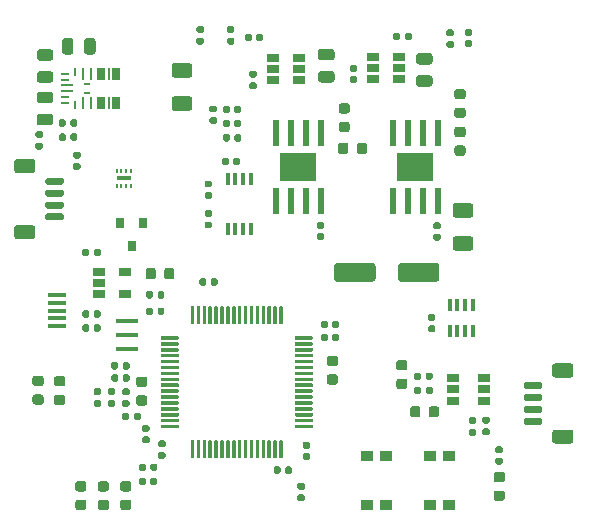
<source format=gbr>
G04 #@! TF.GenerationSoftware,KiCad,Pcbnew,5.1.6-c6e7f7d~87~ubuntu18.04.1*
G04 #@! TF.CreationDate,2020-08-09T22:43:26+01:00*
G04 #@! TF.ProjectId,simpleboard,73696d70-6c65-4626-9f61-72642e6b6963,rev?*
G04 #@! TF.SameCoordinates,Original*
G04 #@! TF.FileFunction,Paste,Top*
G04 #@! TF.FilePolarity,Positive*
%FSLAX46Y46*%
G04 Gerber Fmt 4.6, Leading zero omitted, Abs format (unit mm)*
G04 Created by KiCad (PCBNEW 5.1.6-c6e7f7d~87~ubuntu18.04.1) date 2020-08-09 22:43:26*
%MOMM*%
%LPD*%
G01*
G04 APERTURE LIST*
%ADD10R,1.500000X0.450000*%
%ADD11R,1.000000X0.900000*%
%ADD12R,0.600000X0.250000*%
%ADD13R,0.250000X1.100000*%
%ADD14R,0.750000X1.100000*%
%ADD15R,0.250000X0.800000*%
%ADD16R,0.700000X0.250000*%
%ADD17R,1.100000X0.250000*%
%ADD18R,1.060000X0.650000*%
%ADD19R,0.500000X2.200000*%
%ADD20R,3.100000X2.400000*%
%ADD21R,0.400000X1.100000*%
%ADD22R,0.400000X1.060000*%
%ADD23R,1.000000X0.700000*%
%ADD24O,0.200000X0.500000*%
%ADD25R,1.200000X0.400000*%
%ADD26R,0.800000X0.900000*%
%ADD27R,1.900000X0.400000*%
G04 APERTURE END LIST*
G36*
G01*
X153100400Y-70300000D02*
X151799600Y-70300000D01*
G75*
G02*
X151550000Y-70050400I0J249600D01*
G01*
X151550000Y-69349600D01*
G75*
G02*
X151799600Y-69100000I249600J0D01*
G01*
X153100400Y-69100000D01*
G75*
G02*
X153350000Y-69349600I0J-249600D01*
G01*
X153350000Y-70050400D01*
G75*
G02*
X153100400Y-70300000I-249600J0D01*
G01*
G37*
G36*
G01*
X153100400Y-75900000D02*
X151799600Y-75900000D01*
G75*
G02*
X151550000Y-75650400I0J249600D01*
G01*
X151550000Y-74949600D01*
G75*
G02*
X151799600Y-74700000I249600J0D01*
G01*
X153100400Y-74700000D01*
G75*
G02*
X153350000Y-74949600I0J-249600D01*
G01*
X153350000Y-75650400D01*
G75*
G02*
X153100400Y-75900000I-249600J0D01*
G01*
G37*
G36*
G01*
X155600000Y-71300000D02*
X154350000Y-71300000D01*
G75*
G02*
X154200000Y-71150000I0J150000D01*
G01*
X154200000Y-70850000D01*
G75*
G02*
X154350000Y-70700000I150000J0D01*
G01*
X155600000Y-70700000D01*
G75*
G02*
X155750000Y-70850000I0J-150000D01*
G01*
X155750000Y-71150000D01*
G75*
G02*
X155600000Y-71300000I-150000J0D01*
G01*
G37*
G36*
G01*
X155600000Y-72300000D02*
X154350000Y-72300000D01*
G75*
G02*
X154200000Y-72150000I0J150000D01*
G01*
X154200000Y-71850000D01*
G75*
G02*
X154350000Y-71700000I150000J0D01*
G01*
X155600000Y-71700000D01*
G75*
G02*
X155750000Y-71850000I0J-150000D01*
G01*
X155750000Y-72150000D01*
G75*
G02*
X155600000Y-72300000I-150000J0D01*
G01*
G37*
G36*
G01*
X155600000Y-73300000D02*
X154350000Y-73300000D01*
G75*
G02*
X154200000Y-73150000I0J150000D01*
G01*
X154200000Y-72850000D01*
G75*
G02*
X154350000Y-72700000I150000J0D01*
G01*
X155600000Y-72700000D01*
G75*
G02*
X155750000Y-72850000I0J-150000D01*
G01*
X155750000Y-73150000D01*
G75*
G02*
X155600000Y-73300000I-150000J0D01*
G01*
G37*
G36*
G01*
X155600000Y-74300000D02*
X154350000Y-74300000D01*
G75*
G02*
X154200000Y-74150000I0J150000D01*
G01*
X154200000Y-73850000D01*
G75*
G02*
X154350000Y-73700000I150000J0D01*
G01*
X155600000Y-73700000D01*
G75*
G02*
X155750000Y-73850000I0J-150000D01*
G01*
X155750000Y-74150000D01*
G75*
G02*
X155600000Y-74300000I-150000J0D01*
G01*
G37*
G36*
G01*
X176472500Y-93610000D02*
X176127500Y-93610000D01*
G75*
G02*
X175980000Y-93462500I0J147500D01*
G01*
X175980000Y-93167500D01*
G75*
G02*
X176127500Y-93020000I147500J0D01*
G01*
X176472500Y-93020000D01*
G75*
G02*
X176620000Y-93167500I0J-147500D01*
G01*
X176620000Y-93462500D01*
G75*
G02*
X176472500Y-93610000I-147500J0D01*
G01*
G37*
G36*
G01*
X176472500Y-94580000D02*
X176127500Y-94580000D01*
G75*
G02*
X175980000Y-94432500I0J147500D01*
G01*
X175980000Y-94137500D01*
G75*
G02*
X176127500Y-93990000I147500J0D01*
G01*
X176472500Y-93990000D01*
G75*
G02*
X176620000Y-94137500I0J-147500D01*
G01*
X176620000Y-94432500D01*
G75*
G02*
X176472500Y-94580000I-147500J0D01*
G01*
G37*
D10*
X155175000Y-80650000D03*
X155175000Y-83250000D03*
X155175000Y-81300000D03*
X155175000Y-82600000D03*
X155175000Y-81950000D03*
G36*
G01*
X169702500Y-58815000D02*
X170047500Y-58815000D01*
G75*
G02*
X170195000Y-58962500I0J-147500D01*
G01*
X170195000Y-59257500D01*
G75*
G02*
X170047500Y-59405000I-147500J0D01*
G01*
X169702500Y-59405000D01*
G75*
G02*
X169555000Y-59257500I0J147500D01*
G01*
X169555000Y-58962500D01*
G75*
G02*
X169702500Y-58815000I147500J0D01*
G01*
G37*
G36*
G01*
X169702500Y-57845000D02*
X170047500Y-57845000D01*
G75*
G02*
X170195000Y-57992500I0J-147500D01*
G01*
X170195000Y-58287500D01*
G75*
G02*
X170047500Y-58435000I-147500J0D01*
G01*
X169702500Y-58435000D01*
G75*
G02*
X169555000Y-58287500I0J147500D01*
G01*
X169555000Y-57992500D01*
G75*
G02*
X169702500Y-57845000I147500J0D01*
G01*
G37*
G36*
G01*
X190177500Y-91940000D02*
X190522500Y-91940000D01*
G75*
G02*
X190670000Y-92087500I0J-147500D01*
G01*
X190670000Y-92382500D01*
G75*
G02*
X190522500Y-92530000I-147500J0D01*
G01*
X190177500Y-92530000D01*
G75*
G02*
X190030000Y-92382500I0J147500D01*
G01*
X190030000Y-92087500D01*
G75*
G02*
X190177500Y-91940000I147500J0D01*
G01*
G37*
G36*
G01*
X190177500Y-90970000D02*
X190522500Y-90970000D01*
G75*
G02*
X190670000Y-91117500I0J-147500D01*
G01*
X190670000Y-91412500D01*
G75*
G02*
X190522500Y-91560000I-147500J0D01*
G01*
X190177500Y-91560000D01*
G75*
G02*
X190030000Y-91412500I0J147500D01*
G01*
X190030000Y-91117500D01*
G75*
G02*
X190177500Y-90970000I147500J0D01*
G01*
G37*
G36*
G01*
X185950000Y-90243750D02*
X185950000Y-90756250D01*
G75*
G02*
X185731250Y-90975000I-218750J0D01*
G01*
X185293750Y-90975000D01*
G75*
G02*
X185075000Y-90756250I0J218750D01*
G01*
X185075000Y-90243750D01*
G75*
G02*
X185293750Y-90025000I218750J0D01*
G01*
X185731250Y-90025000D01*
G75*
G02*
X185950000Y-90243750I0J-218750D01*
G01*
G37*
G36*
G01*
X187525000Y-90243750D02*
X187525000Y-90756250D01*
G75*
G02*
X187306250Y-90975000I-218750J0D01*
G01*
X186868750Y-90975000D01*
G75*
G02*
X186650000Y-90756250I0J218750D01*
G01*
X186650000Y-90243750D01*
G75*
G02*
X186868750Y-90025000I218750J0D01*
G01*
X187306250Y-90025000D01*
G75*
G02*
X187525000Y-90243750I0J-218750D01*
G01*
G37*
G36*
G01*
X153847500Y-67335000D02*
X153502500Y-67335000D01*
G75*
G02*
X153355000Y-67187500I0J147500D01*
G01*
X153355000Y-66892500D01*
G75*
G02*
X153502500Y-66745000I147500J0D01*
G01*
X153847500Y-66745000D01*
G75*
G02*
X153995000Y-66892500I0J-147500D01*
G01*
X153995000Y-67187500D01*
G75*
G02*
X153847500Y-67335000I-147500J0D01*
G01*
G37*
G36*
G01*
X153847500Y-68305000D02*
X153502500Y-68305000D01*
G75*
G02*
X153355000Y-68157500I0J147500D01*
G01*
X153355000Y-67862500D01*
G75*
G02*
X153502500Y-67715000I147500J0D01*
G01*
X153847500Y-67715000D01*
G75*
G02*
X153995000Y-67862500I0J-147500D01*
G01*
X153995000Y-68157500D01*
G75*
G02*
X153847500Y-68305000I-147500J0D01*
G01*
G37*
G36*
G01*
X184631250Y-87000000D02*
X184118750Y-87000000D01*
G75*
G02*
X183900000Y-86781250I0J218750D01*
G01*
X183900000Y-86343750D01*
G75*
G02*
X184118750Y-86125000I218750J0D01*
G01*
X184631250Y-86125000D01*
G75*
G02*
X184850000Y-86343750I0J-218750D01*
G01*
X184850000Y-86781250D01*
G75*
G02*
X184631250Y-87000000I-218750J0D01*
G01*
G37*
G36*
G01*
X184631250Y-88575000D02*
X184118750Y-88575000D01*
G75*
G02*
X183900000Y-88356250I0J218750D01*
G01*
X183900000Y-87918750D01*
G75*
G02*
X184118750Y-87700000I218750J0D01*
G01*
X184631250Y-87700000D01*
G75*
G02*
X184850000Y-87918750I0J-218750D01*
G01*
X184850000Y-88356250D01*
G75*
G02*
X184631250Y-88575000I-218750J0D01*
G01*
G37*
G36*
G01*
X178756250Y-86625000D02*
X178243750Y-86625000D01*
G75*
G02*
X178025000Y-86406250I0J218750D01*
G01*
X178025000Y-85968750D01*
G75*
G02*
X178243750Y-85750000I218750J0D01*
G01*
X178756250Y-85750000D01*
G75*
G02*
X178975000Y-85968750I0J-218750D01*
G01*
X178975000Y-86406250D01*
G75*
G02*
X178756250Y-86625000I-218750J0D01*
G01*
G37*
G36*
G01*
X178756250Y-88200000D02*
X178243750Y-88200000D01*
G75*
G02*
X178025000Y-87981250I0J218750D01*
G01*
X178025000Y-87543750D01*
G75*
G02*
X178243750Y-87325000I218750J0D01*
G01*
X178756250Y-87325000D01*
G75*
G02*
X178975000Y-87543750I0J-218750D01*
G01*
X178975000Y-87981250D01*
G75*
G02*
X178756250Y-88200000I-218750J0D01*
G01*
G37*
G36*
G01*
X153318750Y-89025000D02*
X153831250Y-89025000D01*
G75*
G02*
X154050000Y-89243750I0J-218750D01*
G01*
X154050000Y-89681250D01*
G75*
G02*
X153831250Y-89900000I-218750J0D01*
G01*
X153318750Y-89900000D01*
G75*
G02*
X153100000Y-89681250I0J218750D01*
G01*
X153100000Y-89243750D01*
G75*
G02*
X153318750Y-89025000I218750J0D01*
G01*
G37*
G36*
G01*
X153318750Y-87450000D02*
X153831250Y-87450000D01*
G75*
G02*
X154050000Y-87668750I0J-218750D01*
G01*
X154050000Y-88106250D01*
G75*
G02*
X153831250Y-88325000I-218750J0D01*
G01*
X153318750Y-88325000D01*
G75*
G02*
X153100000Y-88106250I0J218750D01*
G01*
X153100000Y-87668750D01*
G75*
G02*
X153318750Y-87450000I218750J0D01*
G01*
G37*
G36*
G01*
X155143750Y-89050000D02*
X155656250Y-89050000D01*
G75*
G02*
X155875000Y-89268750I0J-218750D01*
G01*
X155875000Y-89706250D01*
G75*
G02*
X155656250Y-89925000I-218750J0D01*
G01*
X155143750Y-89925000D01*
G75*
G02*
X154925000Y-89706250I0J218750D01*
G01*
X154925000Y-89268750D01*
G75*
G02*
X155143750Y-89050000I218750J0D01*
G01*
G37*
G36*
G01*
X155143750Y-87475000D02*
X155656250Y-87475000D01*
G75*
G02*
X155875000Y-87693750I0J-218750D01*
G01*
X155875000Y-88131250D01*
G75*
G02*
X155656250Y-88350000I-218750J0D01*
G01*
X155143750Y-88350000D01*
G75*
G02*
X154925000Y-88131250I0J218750D01*
G01*
X154925000Y-87693750D01*
G75*
G02*
X155143750Y-87475000I218750J0D01*
G01*
G37*
G36*
G01*
X164250000Y-79056250D02*
X164250000Y-78543750D01*
G75*
G02*
X164468750Y-78325000I218750J0D01*
G01*
X164906250Y-78325000D01*
G75*
G02*
X165125000Y-78543750I0J-218750D01*
G01*
X165125000Y-79056250D01*
G75*
G02*
X164906250Y-79275000I-218750J0D01*
G01*
X164468750Y-79275000D01*
G75*
G02*
X164250000Y-79056250I0J218750D01*
G01*
G37*
G36*
G01*
X162675000Y-79056250D02*
X162675000Y-78543750D01*
G75*
G02*
X162893750Y-78325000I218750J0D01*
G01*
X163331250Y-78325000D01*
G75*
G02*
X163550000Y-78543750I0J-218750D01*
G01*
X163550000Y-79056250D01*
G75*
G02*
X163331250Y-79275000I-218750J0D01*
G01*
X162893750Y-79275000D01*
G75*
G02*
X162675000Y-79056250I0J218750D01*
G01*
G37*
G36*
G01*
X162093750Y-89100000D02*
X162606250Y-89100000D01*
G75*
G02*
X162825000Y-89318750I0J-218750D01*
G01*
X162825000Y-89756250D01*
G75*
G02*
X162606250Y-89975000I-218750J0D01*
G01*
X162093750Y-89975000D01*
G75*
G02*
X161875000Y-89756250I0J218750D01*
G01*
X161875000Y-89318750D01*
G75*
G02*
X162093750Y-89100000I218750J0D01*
G01*
G37*
G36*
G01*
X162093750Y-87525000D02*
X162606250Y-87525000D01*
G75*
G02*
X162825000Y-87743750I0J-218750D01*
G01*
X162825000Y-88181250D01*
G75*
G02*
X162606250Y-88400000I-218750J0D01*
G01*
X162093750Y-88400000D01*
G75*
G02*
X161875000Y-88181250I0J218750D01*
G01*
X161875000Y-87743750D01*
G75*
G02*
X162093750Y-87525000I218750J0D01*
G01*
G37*
G36*
G01*
X168227500Y-65540000D02*
X168572500Y-65540000D01*
G75*
G02*
X168720000Y-65687500I0J-147500D01*
G01*
X168720000Y-65982500D01*
G75*
G02*
X168572500Y-66130000I-147500J0D01*
G01*
X168227500Y-66130000D01*
G75*
G02*
X168080000Y-65982500I0J147500D01*
G01*
X168080000Y-65687500D01*
G75*
G02*
X168227500Y-65540000I147500J0D01*
G01*
G37*
G36*
G01*
X168227500Y-64570000D02*
X168572500Y-64570000D01*
G75*
G02*
X168720000Y-64717500I0J-147500D01*
G01*
X168720000Y-65012500D01*
G75*
G02*
X168572500Y-65160000I-147500J0D01*
G01*
X168227500Y-65160000D01*
G75*
G02*
X168080000Y-65012500I0J147500D01*
G01*
X168080000Y-64717500D01*
G75*
G02*
X168227500Y-64570000I147500J0D01*
G01*
G37*
G36*
G01*
X188647500Y-58710000D02*
X188302500Y-58710000D01*
G75*
G02*
X188155000Y-58562500I0J147500D01*
G01*
X188155000Y-58267500D01*
G75*
G02*
X188302500Y-58120000I147500J0D01*
G01*
X188647500Y-58120000D01*
G75*
G02*
X188795000Y-58267500I0J-147500D01*
G01*
X188795000Y-58562500D01*
G75*
G02*
X188647500Y-58710000I-147500J0D01*
G01*
G37*
G36*
G01*
X188647500Y-59680000D02*
X188302500Y-59680000D01*
G75*
G02*
X188155000Y-59532500I0J147500D01*
G01*
X188155000Y-59237500D01*
G75*
G02*
X188302500Y-59090000I147500J0D01*
G01*
X188647500Y-59090000D01*
G75*
G02*
X188795000Y-59237500I0J-147500D01*
G01*
X188795000Y-59532500D01*
G75*
G02*
X188647500Y-59680000I-147500J0D01*
G01*
G37*
G36*
G01*
X168172500Y-71510000D02*
X167827500Y-71510000D01*
G75*
G02*
X167680000Y-71362500I0J147500D01*
G01*
X167680000Y-71067500D01*
G75*
G02*
X167827500Y-70920000I147500J0D01*
G01*
X168172500Y-70920000D01*
G75*
G02*
X168320000Y-71067500I0J-147500D01*
G01*
X168320000Y-71362500D01*
G75*
G02*
X168172500Y-71510000I-147500J0D01*
G01*
G37*
G36*
G01*
X168172500Y-72480000D02*
X167827500Y-72480000D01*
G75*
G02*
X167680000Y-72332500I0J147500D01*
G01*
X167680000Y-72037500D01*
G75*
G02*
X167827500Y-71890000I147500J0D01*
G01*
X168172500Y-71890000D01*
G75*
G02*
X168320000Y-72037500I0J-147500D01*
G01*
X168320000Y-72332500D01*
G75*
G02*
X168172500Y-72480000I-147500J0D01*
G01*
G37*
G36*
G01*
X168172500Y-74010000D02*
X167827500Y-74010000D01*
G75*
G02*
X167680000Y-73862500I0J147500D01*
G01*
X167680000Y-73567500D01*
G75*
G02*
X167827500Y-73420000I147500J0D01*
G01*
X168172500Y-73420000D01*
G75*
G02*
X168320000Y-73567500I0J-147500D01*
G01*
X168320000Y-73862500D01*
G75*
G02*
X168172500Y-74010000I-147500J0D01*
G01*
G37*
G36*
G01*
X168172500Y-74980000D02*
X167827500Y-74980000D01*
G75*
G02*
X167680000Y-74832500I0J147500D01*
G01*
X167680000Y-74537500D01*
G75*
G02*
X167827500Y-74390000I147500J0D01*
G01*
X168172500Y-74390000D01*
G75*
G02*
X168320000Y-74537500I0J-147500D01*
G01*
X168320000Y-74832500D01*
G75*
G02*
X168172500Y-74980000I-147500J0D01*
G01*
G37*
D11*
X188400000Y-94250000D03*
X186800000Y-94250000D03*
X188400000Y-98350000D03*
X186800000Y-98350000D03*
G36*
G01*
X156315000Y-67422500D02*
X156315000Y-67077500D01*
G75*
G02*
X156462500Y-66930000I147500J0D01*
G01*
X156757500Y-66930000D01*
G75*
G02*
X156905000Y-67077500I0J-147500D01*
G01*
X156905000Y-67422500D01*
G75*
G02*
X156757500Y-67570000I-147500J0D01*
G01*
X156462500Y-67570000D01*
G75*
G02*
X156315000Y-67422500I0J147500D01*
G01*
G37*
G36*
G01*
X155345000Y-67422500D02*
X155345000Y-67077500D01*
G75*
G02*
X155492500Y-66930000I147500J0D01*
G01*
X155787500Y-66930000D01*
G75*
G02*
X155935000Y-67077500I0J-147500D01*
G01*
X155935000Y-67422500D01*
G75*
G02*
X155787500Y-67570000I-147500J0D01*
G01*
X155492500Y-67570000D01*
G75*
G02*
X155345000Y-67422500I0J147500D01*
G01*
G37*
G36*
G01*
X155935000Y-65877500D02*
X155935000Y-66222500D01*
G75*
G02*
X155787500Y-66370000I-147500J0D01*
G01*
X155492500Y-66370000D01*
G75*
G02*
X155345000Y-66222500I0J147500D01*
G01*
X155345000Y-65877500D01*
G75*
G02*
X155492500Y-65730000I147500J0D01*
G01*
X155787500Y-65730000D01*
G75*
G02*
X155935000Y-65877500I0J-147500D01*
G01*
G37*
G36*
G01*
X156905000Y-65877500D02*
X156905000Y-66222500D01*
G75*
G02*
X156757500Y-66370000I-147500J0D01*
G01*
X156462500Y-66370000D01*
G75*
G02*
X156315000Y-66222500I0J147500D01*
G01*
X156315000Y-65877500D01*
G75*
G02*
X156462500Y-65730000I147500J0D01*
G01*
X156757500Y-65730000D01*
G75*
G02*
X156905000Y-65877500I0J-147500D01*
G01*
G37*
D12*
X157745000Y-62770000D03*
X157745000Y-63470000D03*
D13*
X157395000Y-61870000D03*
D14*
X158945000Y-61870000D03*
D13*
X159545000Y-61870000D03*
D14*
X160145000Y-61870000D03*
X160145000Y-64370000D03*
D13*
X158045000Y-61870000D03*
D15*
X156745000Y-61720000D03*
D13*
X159545000Y-64370000D03*
D14*
X158945000Y-64370000D03*
D13*
X158045000Y-64370000D03*
X157395000Y-64370000D03*
D15*
X156745000Y-64520000D03*
D16*
X155845000Y-61870000D03*
X155845000Y-62370000D03*
D17*
X156045000Y-62870000D03*
X156045000Y-63370000D03*
D16*
X155845000Y-63870000D03*
X155845000Y-64370000D03*
G36*
G01*
X189556250Y-64050000D02*
X189043750Y-64050000D01*
G75*
G02*
X188825000Y-63831250I0J218750D01*
G01*
X188825000Y-63393750D01*
G75*
G02*
X189043750Y-63175000I218750J0D01*
G01*
X189556250Y-63175000D01*
G75*
G02*
X189775000Y-63393750I0J-218750D01*
G01*
X189775000Y-63831250D01*
G75*
G02*
X189556250Y-64050000I-218750J0D01*
G01*
G37*
G36*
G01*
X189556250Y-65625000D02*
X189043750Y-65625000D01*
G75*
G02*
X188825000Y-65406250I0J218750D01*
G01*
X188825000Y-64968750D01*
G75*
G02*
X189043750Y-64750000I218750J0D01*
G01*
X189556250Y-64750000D01*
G75*
G02*
X189775000Y-64968750I0J-218750D01*
G01*
X189775000Y-65406250D01*
G75*
G02*
X189556250Y-65625000I-218750J0D01*
G01*
G37*
D18*
X184175000Y-61400000D03*
X184175000Y-60450000D03*
X184175000Y-62350000D03*
X181975000Y-62350000D03*
X181975000Y-61400000D03*
X181975000Y-60450000D03*
X175675000Y-61500000D03*
X175675000Y-60550000D03*
X175675000Y-62450000D03*
X173475000Y-62450000D03*
X173475000Y-61500000D03*
X173475000Y-60550000D03*
D19*
X183595000Y-66925000D03*
X184865000Y-66925000D03*
X186135000Y-66925000D03*
X187405000Y-66925000D03*
X187405000Y-72675000D03*
X186135000Y-72675000D03*
X184865000Y-72675000D03*
X183595000Y-72675000D03*
D20*
X185500000Y-69800000D03*
D18*
X160900000Y-78650000D03*
X160900000Y-80550000D03*
X158700000Y-80550000D03*
X158700000Y-79600000D03*
X158700000Y-78650000D03*
D21*
X169625000Y-70750000D03*
X170275000Y-70750000D03*
X170925000Y-70750000D03*
X171575000Y-70750000D03*
X171575000Y-75050000D03*
X170925000Y-75050000D03*
X170275000Y-75050000D03*
X169625000Y-75050000D03*
D22*
X190380000Y-83700000D03*
X189730000Y-83700000D03*
X189070000Y-83700000D03*
X188420000Y-83700000D03*
X188420000Y-81500000D03*
X189070000Y-81500000D03*
X189730000Y-81500000D03*
X190380000Y-81500000D03*
D19*
X173695000Y-66925000D03*
X174965000Y-66925000D03*
X176235000Y-66925000D03*
X177505000Y-66925000D03*
X177505000Y-72675000D03*
X176235000Y-72675000D03*
X174965000Y-72675000D03*
X173695000Y-72675000D03*
D20*
X175600000Y-69800000D03*
G36*
G01*
X189852500Y-59040000D02*
X190197500Y-59040000D01*
G75*
G02*
X190345000Y-59187500I0J-147500D01*
G01*
X190345000Y-59482500D01*
G75*
G02*
X190197500Y-59630000I-147500J0D01*
G01*
X189852500Y-59630000D01*
G75*
G02*
X189705000Y-59482500I0J147500D01*
G01*
X189705000Y-59187500D01*
G75*
G02*
X189852500Y-59040000I147500J0D01*
G01*
G37*
G36*
G01*
X189852500Y-58070000D02*
X190197500Y-58070000D01*
G75*
G02*
X190345000Y-58217500I0J-147500D01*
G01*
X190345000Y-58512500D01*
G75*
G02*
X190197500Y-58660000I-147500J0D01*
G01*
X189852500Y-58660000D01*
G75*
G02*
X189705000Y-58512500I0J147500D01*
G01*
X189705000Y-58217500D01*
G75*
G02*
X189852500Y-58070000I147500J0D01*
G01*
G37*
G36*
G01*
X171660000Y-58627500D02*
X171660000Y-58972500D01*
G75*
G02*
X171512500Y-59120000I-147500J0D01*
G01*
X171217500Y-59120000D01*
G75*
G02*
X171070000Y-58972500I0J147500D01*
G01*
X171070000Y-58627500D01*
G75*
G02*
X171217500Y-58480000I147500J0D01*
G01*
X171512500Y-58480000D01*
G75*
G02*
X171660000Y-58627500I0J-147500D01*
G01*
G37*
G36*
G01*
X172630000Y-58627500D02*
X172630000Y-58972500D01*
G75*
G02*
X172482500Y-59120000I-147500J0D01*
G01*
X172187500Y-59120000D01*
G75*
G02*
X172040000Y-58972500I0J147500D01*
G01*
X172040000Y-58627500D01*
G75*
G02*
X172187500Y-58480000I147500J0D01*
G01*
X172482500Y-58480000D01*
G75*
G02*
X172630000Y-58627500I0J-147500D01*
G01*
G37*
G36*
G01*
X184235000Y-58552500D02*
X184235000Y-58897500D01*
G75*
G02*
X184087500Y-59045000I-147500J0D01*
G01*
X183792500Y-59045000D01*
G75*
G02*
X183645000Y-58897500I0J147500D01*
G01*
X183645000Y-58552500D01*
G75*
G02*
X183792500Y-58405000I147500J0D01*
G01*
X184087500Y-58405000D01*
G75*
G02*
X184235000Y-58552500I0J-147500D01*
G01*
G37*
G36*
G01*
X185205000Y-58552500D02*
X185205000Y-58897500D01*
G75*
G02*
X185057500Y-59045000I-147500J0D01*
G01*
X184762500Y-59045000D01*
G75*
G02*
X184615000Y-58897500I0J147500D01*
G01*
X184615000Y-58552500D01*
G75*
G02*
X184762500Y-58405000I147500J0D01*
G01*
X185057500Y-58405000D01*
G75*
G02*
X185205000Y-58552500I0J-147500D01*
G01*
G37*
G36*
G01*
X167127500Y-58815000D02*
X167472500Y-58815000D01*
G75*
G02*
X167620000Y-58962500I0J-147500D01*
G01*
X167620000Y-59257500D01*
G75*
G02*
X167472500Y-59405000I-147500J0D01*
G01*
X167127500Y-59405000D01*
G75*
G02*
X166980000Y-59257500I0J147500D01*
G01*
X166980000Y-58962500D01*
G75*
G02*
X167127500Y-58815000I147500J0D01*
G01*
G37*
G36*
G01*
X167127500Y-57845000D02*
X167472500Y-57845000D01*
G75*
G02*
X167620000Y-57992500I0J-147500D01*
G01*
X167620000Y-58287500D01*
G75*
G02*
X167472500Y-58435000I-147500J0D01*
G01*
X167127500Y-58435000D01*
G75*
G02*
X166980000Y-58287500I0J147500D01*
G01*
X166980000Y-57992500D01*
G75*
G02*
X167127500Y-57845000I147500J0D01*
G01*
G37*
G36*
G01*
X192772500Y-94010000D02*
X192427500Y-94010000D01*
G75*
G02*
X192280000Y-93862500I0J147500D01*
G01*
X192280000Y-93567500D01*
G75*
G02*
X192427500Y-93420000I147500J0D01*
G01*
X192772500Y-93420000D01*
G75*
G02*
X192920000Y-93567500I0J-147500D01*
G01*
X192920000Y-93862500D01*
G75*
G02*
X192772500Y-94010000I-147500J0D01*
G01*
G37*
G36*
G01*
X192772500Y-94980000D02*
X192427500Y-94980000D01*
G75*
G02*
X192280000Y-94832500I0J147500D01*
G01*
X192280000Y-94537500D01*
G75*
G02*
X192427500Y-94390000I147500J0D01*
G01*
X192772500Y-94390000D01*
G75*
G02*
X192920000Y-94537500I0J-147500D01*
G01*
X192920000Y-94832500D01*
G75*
G02*
X192772500Y-94980000I-147500J0D01*
G01*
G37*
G36*
G01*
X188925000Y-75625000D02*
X190175000Y-75625000D01*
G75*
G02*
X190425000Y-75875000I0J-250000D01*
G01*
X190425000Y-76625000D01*
G75*
G02*
X190175000Y-76875000I-250000J0D01*
G01*
X188925000Y-76875000D01*
G75*
G02*
X188675000Y-76625000I0J250000D01*
G01*
X188675000Y-75875000D01*
G75*
G02*
X188925000Y-75625000I250000J0D01*
G01*
G37*
G36*
G01*
X188925000Y-72825000D02*
X190175000Y-72825000D01*
G75*
G02*
X190425000Y-73075000I0J-250000D01*
G01*
X190425000Y-73825000D01*
G75*
G02*
X190175000Y-74075000I-250000J0D01*
G01*
X188925000Y-74075000D01*
G75*
G02*
X188675000Y-73825000I0J250000D01*
G01*
X188675000Y-73075000D01*
G75*
G02*
X188925000Y-72825000I250000J0D01*
G01*
G37*
G36*
G01*
X186010000Y-88527500D02*
X186010000Y-88872500D01*
G75*
G02*
X185862500Y-89020000I-147500J0D01*
G01*
X185567500Y-89020000D01*
G75*
G02*
X185420000Y-88872500I0J147500D01*
G01*
X185420000Y-88527500D01*
G75*
G02*
X185567500Y-88380000I147500J0D01*
G01*
X185862500Y-88380000D01*
G75*
G02*
X186010000Y-88527500I0J-147500D01*
G01*
G37*
G36*
G01*
X186980000Y-88527500D02*
X186980000Y-88872500D01*
G75*
G02*
X186832500Y-89020000I-147500J0D01*
G01*
X186537500Y-89020000D01*
G75*
G02*
X186390000Y-88872500I0J147500D01*
G01*
X186390000Y-88527500D01*
G75*
G02*
X186537500Y-88380000I147500J0D01*
G01*
X186832500Y-88380000D01*
G75*
G02*
X186980000Y-88527500I0J-147500D01*
G01*
G37*
G36*
G01*
X191327500Y-91890000D02*
X191672500Y-91890000D01*
G75*
G02*
X191820000Y-92037500I0J-147500D01*
G01*
X191820000Y-92332500D01*
G75*
G02*
X191672500Y-92480000I-147500J0D01*
G01*
X191327500Y-92480000D01*
G75*
G02*
X191180000Y-92332500I0J147500D01*
G01*
X191180000Y-92037500D01*
G75*
G02*
X191327500Y-91890000I147500J0D01*
G01*
G37*
G36*
G01*
X191327500Y-90920000D02*
X191672500Y-90920000D01*
G75*
G02*
X191820000Y-91067500I0J-147500D01*
G01*
X191820000Y-91362500D01*
G75*
G02*
X191672500Y-91510000I-147500J0D01*
G01*
X191327500Y-91510000D01*
G75*
G02*
X191180000Y-91362500I0J147500D01*
G01*
X191180000Y-91067500D01*
G75*
G02*
X191327500Y-90920000I147500J0D01*
G01*
G37*
G36*
G01*
X186010000Y-87327500D02*
X186010000Y-87672500D01*
G75*
G02*
X185862500Y-87820000I-147500J0D01*
G01*
X185567500Y-87820000D01*
G75*
G02*
X185420000Y-87672500I0J147500D01*
G01*
X185420000Y-87327500D01*
G75*
G02*
X185567500Y-87180000I147500J0D01*
G01*
X185862500Y-87180000D01*
G75*
G02*
X186010000Y-87327500I0J-147500D01*
G01*
G37*
G36*
G01*
X186980000Y-87327500D02*
X186980000Y-87672500D01*
G75*
G02*
X186832500Y-87820000I-147500J0D01*
G01*
X186537500Y-87820000D01*
G75*
G02*
X186390000Y-87672500I0J147500D01*
G01*
X186390000Y-87327500D01*
G75*
G02*
X186537500Y-87180000I147500J0D01*
G01*
X186832500Y-87180000D01*
G75*
G02*
X186980000Y-87327500I0J-147500D01*
G01*
G37*
G36*
G01*
X185818750Y-62000000D02*
X186731250Y-62000000D01*
G75*
G02*
X186975000Y-62243750I0J-243750D01*
G01*
X186975000Y-62731250D01*
G75*
G02*
X186731250Y-62975000I-243750J0D01*
G01*
X185818750Y-62975000D01*
G75*
G02*
X185575000Y-62731250I0J243750D01*
G01*
X185575000Y-62243750D01*
G75*
G02*
X185818750Y-62000000I243750J0D01*
G01*
G37*
G36*
G01*
X185818750Y-60125000D02*
X186731250Y-60125000D01*
G75*
G02*
X186975000Y-60368750I0J-243750D01*
G01*
X186975000Y-60856250D01*
G75*
G02*
X186731250Y-61100000I-243750J0D01*
G01*
X185818750Y-61100000D01*
G75*
G02*
X185575000Y-60856250I0J243750D01*
G01*
X185575000Y-60368750D01*
G75*
G02*
X185818750Y-60125000I243750J0D01*
G01*
G37*
G36*
G01*
X177518750Y-61650000D02*
X178431250Y-61650000D01*
G75*
G02*
X178675000Y-61893750I0J-243750D01*
G01*
X178675000Y-62381250D01*
G75*
G02*
X178431250Y-62625000I-243750J0D01*
G01*
X177518750Y-62625000D01*
G75*
G02*
X177275000Y-62381250I0J243750D01*
G01*
X177275000Y-61893750D01*
G75*
G02*
X177518750Y-61650000I243750J0D01*
G01*
G37*
G36*
G01*
X177518750Y-59775000D02*
X178431250Y-59775000D01*
G75*
G02*
X178675000Y-60018750I0J-243750D01*
G01*
X178675000Y-60506250D01*
G75*
G02*
X178431250Y-60750000I-243750J0D01*
G01*
X177518750Y-60750000D01*
G75*
G02*
X177275000Y-60506250I0J243750D01*
G01*
X177275000Y-60018750D01*
G75*
G02*
X177518750Y-59775000I243750J0D01*
G01*
G37*
G36*
G01*
X187177500Y-75440000D02*
X187522500Y-75440000D01*
G75*
G02*
X187670000Y-75587500I0J-147500D01*
G01*
X187670000Y-75882500D01*
G75*
G02*
X187522500Y-76030000I-147500J0D01*
G01*
X187177500Y-76030000D01*
G75*
G02*
X187030000Y-75882500I0J147500D01*
G01*
X187030000Y-75587500D01*
G75*
G02*
X187177500Y-75440000I147500J0D01*
G01*
G37*
G36*
G01*
X187177500Y-74470000D02*
X187522500Y-74470000D01*
G75*
G02*
X187670000Y-74617500I0J-147500D01*
G01*
X187670000Y-74912500D01*
G75*
G02*
X187522500Y-75060000I-147500J0D01*
G01*
X187177500Y-75060000D01*
G75*
G02*
X187030000Y-74912500I0J147500D01*
G01*
X187030000Y-74617500D01*
G75*
G02*
X187177500Y-74470000I147500J0D01*
G01*
G37*
G36*
G01*
X177327500Y-75390000D02*
X177672500Y-75390000D01*
G75*
G02*
X177820000Y-75537500I0J-147500D01*
G01*
X177820000Y-75832500D01*
G75*
G02*
X177672500Y-75980000I-147500J0D01*
G01*
X177327500Y-75980000D01*
G75*
G02*
X177180000Y-75832500I0J147500D01*
G01*
X177180000Y-75537500D01*
G75*
G02*
X177327500Y-75390000I147500J0D01*
G01*
G37*
G36*
G01*
X177327500Y-74420000D02*
X177672500Y-74420000D01*
G75*
G02*
X177820000Y-74567500I0J-147500D01*
G01*
X177820000Y-74862500D01*
G75*
G02*
X177672500Y-75010000I-147500J0D01*
G01*
X177327500Y-75010000D01*
G75*
G02*
X177180000Y-74862500I0J147500D01*
G01*
X177180000Y-74567500D01*
G75*
G02*
X177327500Y-74420000I147500J0D01*
G01*
G37*
G36*
G01*
X169810000Y-67127500D02*
X169810000Y-67472500D01*
G75*
G02*
X169662500Y-67620000I-147500J0D01*
G01*
X169367500Y-67620000D01*
G75*
G02*
X169220000Y-67472500I0J147500D01*
G01*
X169220000Y-67127500D01*
G75*
G02*
X169367500Y-66980000I147500J0D01*
G01*
X169662500Y-66980000D01*
G75*
G02*
X169810000Y-67127500I0J-147500D01*
G01*
G37*
G36*
G01*
X170780000Y-67127500D02*
X170780000Y-67472500D01*
G75*
G02*
X170632500Y-67620000I-147500J0D01*
G01*
X170337500Y-67620000D01*
G75*
G02*
X170190000Y-67472500I0J147500D01*
G01*
X170190000Y-67127500D01*
G75*
G02*
X170337500Y-66980000I147500J0D01*
G01*
X170632500Y-66980000D01*
G75*
G02*
X170780000Y-67127500I0J-147500D01*
G01*
G37*
G36*
G01*
X170190000Y-65072500D02*
X170190000Y-64727500D01*
G75*
G02*
X170337500Y-64580000I147500J0D01*
G01*
X170632500Y-64580000D01*
G75*
G02*
X170780000Y-64727500I0J-147500D01*
G01*
X170780000Y-65072500D01*
G75*
G02*
X170632500Y-65220000I-147500J0D01*
G01*
X170337500Y-65220000D01*
G75*
G02*
X170190000Y-65072500I0J147500D01*
G01*
G37*
G36*
G01*
X169220000Y-65072500D02*
X169220000Y-64727500D01*
G75*
G02*
X169367500Y-64580000I147500J0D01*
G01*
X169662500Y-64580000D01*
G75*
G02*
X169810000Y-64727500I0J-147500D01*
G01*
X169810000Y-65072500D01*
G75*
G02*
X169662500Y-65220000I-147500J0D01*
G01*
X169367500Y-65220000D01*
G75*
G02*
X169220000Y-65072500I0J147500D01*
G01*
G37*
D23*
X191300000Y-88600000D03*
X191300000Y-87650000D03*
X191300000Y-89550000D03*
X188700000Y-89550000D03*
X188700000Y-88600000D03*
X188700000Y-87650000D03*
G36*
G01*
X197349600Y-92000000D02*
X198650400Y-92000000D01*
G75*
G02*
X198900000Y-92249600I0J-249600D01*
G01*
X198900000Y-92950400D01*
G75*
G02*
X198650400Y-93200000I-249600J0D01*
G01*
X197349600Y-93200000D01*
G75*
G02*
X197100000Y-92950400I0J249600D01*
G01*
X197100000Y-92249600D01*
G75*
G02*
X197349600Y-92000000I249600J0D01*
G01*
G37*
G36*
G01*
X197349600Y-86400000D02*
X198650400Y-86400000D01*
G75*
G02*
X198900000Y-86649600I0J-249600D01*
G01*
X198900000Y-87350400D01*
G75*
G02*
X198650400Y-87600000I-249600J0D01*
G01*
X197349600Y-87600000D01*
G75*
G02*
X197100000Y-87350400I0J249600D01*
G01*
X197100000Y-86649600D01*
G75*
G02*
X197349600Y-86400000I249600J0D01*
G01*
G37*
G36*
G01*
X194850000Y-91000000D02*
X196100000Y-91000000D01*
G75*
G02*
X196250000Y-91150000I0J-150000D01*
G01*
X196250000Y-91450000D01*
G75*
G02*
X196100000Y-91600000I-150000J0D01*
G01*
X194850000Y-91600000D01*
G75*
G02*
X194700000Y-91450000I0J150000D01*
G01*
X194700000Y-91150000D01*
G75*
G02*
X194850000Y-91000000I150000J0D01*
G01*
G37*
G36*
G01*
X194850000Y-90000000D02*
X196100000Y-90000000D01*
G75*
G02*
X196250000Y-90150000I0J-150000D01*
G01*
X196250000Y-90450000D01*
G75*
G02*
X196100000Y-90600000I-150000J0D01*
G01*
X194850000Y-90600000D01*
G75*
G02*
X194700000Y-90450000I0J150000D01*
G01*
X194700000Y-90150000D01*
G75*
G02*
X194850000Y-90000000I150000J0D01*
G01*
G37*
G36*
G01*
X194850000Y-89000000D02*
X196100000Y-89000000D01*
G75*
G02*
X196250000Y-89150000I0J-150000D01*
G01*
X196250000Y-89450000D01*
G75*
G02*
X196100000Y-89600000I-150000J0D01*
G01*
X194850000Y-89600000D01*
G75*
G02*
X194700000Y-89450000I0J150000D01*
G01*
X194700000Y-89150000D01*
G75*
G02*
X194850000Y-89000000I150000J0D01*
G01*
G37*
G36*
G01*
X194850000Y-88000000D02*
X196100000Y-88000000D01*
G75*
G02*
X196250000Y-88150000I0J-150000D01*
G01*
X196250000Y-88450000D01*
G75*
G02*
X196100000Y-88600000I-150000J0D01*
G01*
X194850000Y-88600000D01*
G75*
G02*
X194700000Y-88450000I0J150000D01*
G01*
X194700000Y-88150000D01*
G75*
G02*
X194850000Y-88000000I150000J0D01*
G01*
G37*
D24*
X161025000Y-70075000D03*
X161425000Y-70075000D03*
X160625000Y-70075000D03*
X160225000Y-70075000D03*
X160225000Y-71375000D03*
X160625000Y-71375000D03*
X161025000Y-71375000D03*
X161425000Y-71375000D03*
D25*
X160825000Y-70725000D03*
G36*
G01*
X165125000Y-63775000D02*
X166375000Y-63775000D01*
G75*
G02*
X166625000Y-64025000I0J-250000D01*
G01*
X166625000Y-64775000D01*
G75*
G02*
X166375000Y-65025000I-250000J0D01*
G01*
X165125000Y-65025000D01*
G75*
G02*
X164875000Y-64775000I0J250000D01*
G01*
X164875000Y-64025000D01*
G75*
G02*
X165125000Y-63775000I250000J0D01*
G01*
G37*
G36*
G01*
X165125000Y-60975000D02*
X166375000Y-60975000D01*
G75*
G02*
X166625000Y-61225000I0J-250000D01*
G01*
X166625000Y-61975000D01*
G75*
G02*
X166375000Y-62225000I-250000J0D01*
G01*
X165125000Y-62225000D01*
G75*
G02*
X164875000Y-61975000I0J250000D01*
G01*
X164875000Y-61225000D01*
G75*
G02*
X165125000Y-60975000I250000J0D01*
G01*
G37*
G36*
G01*
X192886250Y-96470000D02*
X192373750Y-96470000D01*
G75*
G02*
X192155000Y-96251250I0J218750D01*
G01*
X192155000Y-95813750D01*
G75*
G02*
X192373750Y-95595000I218750J0D01*
G01*
X192886250Y-95595000D01*
G75*
G02*
X193105000Y-95813750I0J-218750D01*
G01*
X193105000Y-96251250D01*
G75*
G02*
X192886250Y-96470000I-218750J0D01*
G01*
G37*
G36*
G01*
X192886250Y-98045000D02*
X192373750Y-98045000D01*
G75*
G02*
X192155000Y-97826250I0J218750D01*
G01*
X192155000Y-97388750D01*
G75*
G02*
X192373750Y-97170000I218750J0D01*
G01*
X192886250Y-97170000D01*
G75*
G02*
X193105000Y-97388750I0J-218750D01*
G01*
X193105000Y-97826250D01*
G75*
G02*
X192886250Y-98045000I-218750J0D01*
G01*
G37*
D26*
X161500000Y-76500000D03*
X160550000Y-74500000D03*
X162450000Y-74500000D03*
G36*
G01*
X156575000Y-59093750D02*
X156575000Y-60006250D01*
G75*
G02*
X156331250Y-60250000I-243750J0D01*
G01*
X155843750Y-60250000D01*
G75*
G02*
X155600000Y-60006250I0J243750D01*
G01*
X155600000Y-59093750D01*
G75*
G02*
X155843750Y-58850000I243750J0D01*
G01*
X156331250Y-58850000D01*
G75*
G02*
X156575000Y-59093750I0J-243750D01*
G01*
G37*
G36*
G01*
X158450000Y-59093750D02*
X158450000Y-60006250D01*
G75*
G02*
X158206250Y-60250000I-243750J0D01*
G01*
X157718750Y-60250000D01*
G75*
G02*
X157475000Y-60006250I0J243750D01*
G01*
X157475000Y-59093750D01*
G75*
G02*
X157718750Y-58850000I243750J0D01*
G01*
X158206250Y-58850000D01*
G75*
G02*
X158450000Y-59093750I0J-243750D01*
G01*
G37*
G36*
G01*
X158290000Y-77172500D02*
X158290000Y-76827500D01*
G75*
G02*
X158437500Y-76680000I147500J0D01*
G01*
X158732500Y-76680000D01*
G75*
G02*
X158880000Y-76827500I0J-147500D01*
G01*
X158880000Y-77172500D01*
G75*
G02*
X158732500Y-77320000I-147500J0D01*
G01*
X158437500Y-77320000D01*
G75*
G02*
X158290000Y-77172500I0J147500D01*
G01*
G37*
G36*
G01*
X157320000Y-77172500D02*
X157320000Y-76827500D01*
G75*
G02*
X157467500Y-76680000I147500J0D01*
G01*
X157762500Y-76680000D01*
G75*
G02*
X157910000Y-76827500I0J-147500D01*
G01*
X157910000Y-77172500D01*
G75*
G02*
X157762500Y-77320000I-147500J0D01*
G01*
X157467500Y-77320000D01*
G75*
G02*
X157320000Y-77172500I0J147500D01*
G01*
G37*
G36*
G01*
X154631250Y-60775000D02*
X153718750Y-60775000D01*
G75*
G02*
X153475000Y-60531250I0J243750D01*
G01*
X153475000Y-60043750D01*
G75*
G02*
X153718750Y-59800000I243750J0D01*
G01*
X154631250Y-59800000D01*
G75*
G02*
X154875000Y-60043750I0J-243750D01*
G01*
X154875000Y-60531250D01*
G75*
G02*
X154631250Y-60775000I-243750J0D01*
G01*
G37*
G36*
G01*
X154631250Y-62650000D02*
X153718750Y-62650000D01*
G75*
G02*
X153475000Y-62406250I0J243750D01*
G01*
X153475000Y-61918750D01*
G75*
G02*
X153718750Y-61675000I243750J0D01*
G01*
X154631250Y-61675000D01*
G75*
G02*
X154875000Y-61918750I0J-243750D01*
G01*
X154875000Y-62406250D01*
G75*
G02*
X154631250Y-62650000I-243750J0D01*
G01*
G37*
G36*
G01*
X153693750Y-65275000D02*
X154606250Y-65275000D01*
G75*
G02*
X154850000Y-65518750I0J-243750D01*
G01*
X154850000Y-66006250D01*
G75*
G02*
X154606250Y-66250000I-243750J0D01*
G01*
X153693750Y-66250000D01*
G75*
G02*
X153450000Y-66006250I0J243750D01*
G01*
X153450000Y-65518750D01*
G75*
G02*
X153693750Y-65275000I243750J0D01*
G01*
G37*
G36*
G01*
X153693750Y-63400000D02*
X154606250Y-63400000D01*
G75*
G02*
X154850000Y-63643750I0J-243750D01*
G01*
X154850000Y-64131250D01*
G75*
G02*
X154606250Y-64375000I-243750J0D01*
G01*
X153693750Y-64375000D01*
G75*
G02*
X153450000Y-64131250I0J243750D01*
G01*
X153450000Y-63643750D01*
G75*
G02*
X153693750Y-63400000I243750J0D01*
G01*
G37*
G36*
G01*
X170090000Y-69472500D02*
X170090000Y-69127500D01*
G75*
G02*
X170237500Y-68980000I147500J0D01*
G01*
X170532500Y-68980000D01*
G75*
G02*
X170680000Y-69127500I0J-147500D01*
G01*
X170680000Y-69472500D01*
G75*
G02*
X170532500Y-69620000I-147500J0D01*
G01*
X170237500Y-69620000D01*
G75*
G02*
X170090000Y-69472500I0J147500D01*
G01*
G37*
G36*
G01*
X169120000Y-69472500D02*
X169120000Y-69127500D01*
G75*
G02*
X169267500Y-68980000I147500J0D01*
G01*
X169562500Y-68980000D01*
G75*
G02*
X169710000Y-69127500I0J-147500D01*
G01*
X169710000Y-69472500D01*
G75*
G02*
X169562500Y-69620000I-147500J0D01*
G01*
X169267500Y-69620000D01*
G75*
G02*
X169120000Y-69472500I0J147500D01*
G01*
G37*
G36*
G01*
X186727500Y-83190000D02*
X187072500Y-83190000D01*
G75*
G02*
X187220000Y-83337500I0J-147500D01*
G01*
X187220000Y-83632500D01*
G75*
G02*
X187072500Y-83780000I-147500J0D01*
G01*
X186727500Y-83780000D01*
G75*
G02*
X186580000Y-83632500I0J147500D01*
G01*
X186580000Y-83337500D01*
G75*
G02*
X186727500Y-83190000I147500J0D01*
G01*
G37*
G36*
G01*
X186727500Y-82220000D02*
X187072500Y-82220000D01*
G75*
G02*
X187220000Y-82367500I0J-147500D01*
G01*
X187220000Y-82662500D01*
G75*
G02*
X187072500Y-82810000I-147500J0D01*
G01*
X186727500Y-82810000D01*
G75*
G02*
X186580000Y-82662500I0J147500D01*
G01*
X186580000Y-82367500D01*
G75*
G02*
X186727500Y-82220000I147500J0D01*
G01*
G37*
G36*
G01*
X180102500Y-62090000D02*
X180447500Y-62090000D01*
G75*
G02*
X180595000Y-62237500I0J-147500D01*
G01*
X180595000Y-62532500D01*
G75*
G02*
X180447500Y-62680000I-147500J0D01*
G01*
X180102500Y-62680000D01*
G75*
G02*
X179955000Y-62532500I0J147500D01*
G01*
X179955000Y-62237500D01*
G75*
G02*
X180102500Y-62090000I147500J0D01*
G01*
G37*
G36*
G01*
X180102500Y-61120000D02*
X180447500Y-61120000D01*
G75*
G02*
X180595000Y-61267500I0J-147500D01*
G01*
X180595000Y-61562500D01*
G75*
G02*
X180447500Y-61710000I-147500J0D01*
G01*
X180102500Y-61710000D01*
G75*
G02*
X179955000Y-61562500I0J147500D01*
G01*
X179955000Y-61267500D01*
G75*
G02*
X180102500Y-61120000I147500J0D01*
G01*
G37*
G36*
G01*
X171602500Y-62590000D02*
X171947500Y-62590000D01*
G75*
G02*
X172095000Y-62737500I0J-147500D01*
G01*
X172095000Y-63032500D01*
G75*
G02*
X171947500Y-63180000I-147500J0D01*
G01*
X171602500Y-63180000D01*
G75*
G02*
X171455000Y-63032500I0J147500D01*
G01*
X171455000Y-62737500D01*
G75*
G02*
X171602500Y-62590000I147500J0D01*
G01*
G37*
G36*
G01*
X171602500Y-61620000D02*
X171947500Y-61620000D01*
G75*
G02*
X172095000Y-61767500I0J-147500D01*
G01*
X172095000Y-62062500D01*
G75*
G02*
X171947500Y-62210000I-147500J0D01*
G01*
X171602500Y-62210000D01*
G75*
G02*
X171455000Y-62062500I0J147500D01*
G01*
X171455000Y-61767500D01*
G75*
G02*
X171602500Y-61620000I147500J0D01*
G01*
G37*
G36*
G01*
X189043750Y-67950000D02*
X189556250Y-67950000D01*
G75*
G02*
X189775000Y-68168750I0J-218750D01*
G01*
X189775000Y-68606250D01*
G75*
G02*
X189556250Y-68825000I-218750J0D01*
G01*
X189043750Y-68825000D01*
G75*
G02*
X188825000Y-68606250I0J218750D01*
G01*
X188825000Y-68168750D01*
G75*
G02*
X189043750Y-67950000I218750J0D01*
G01*
G37*
G36*
G01*
X189043750Y-66375000D02*
X189556250Y-66375000D01*
G75*
G02*
X189775000Y-66593750I0J-218750D01*
G01*
X189775000Y-67031250D01*
G75*
G02*
X189556250Y-67250000I-218750J0D01*
G01*
X189043750Y-67250000D01*
G75*
G02*
X188825000Y-67031250I0J218750D01*
G01*
X188825000Y-66593750D01*
G75*
G02*
X189043750Y-66375000I218750J0D01*
G01*
G37*
G36*
G01*
X180550000Y-68456250D02*
X180550000Y-67943750D01*
G75*
G02*
X180768750Y-67725000I218750J0D01*
G01*
X181206250Y-67725000D01*
G75*
G02*
X181425000Y-67943750I0J-218750D01*
G01*
X181425000Y-68456250D01*
G75*
G02*
X181206250Y-68675000I-218750J0D01*
G01*
X180768750Y-68675000D01*
G75*
G02*
X180550000Y-68456250I0J218750D01*
G01*
G37*
G36*
G01*
X178975000Y-68456250D02*
X178975000Y-67943750D01*
G75*
G02*
X179193750Y-67725000I218750J0D01*
G01*
X179631250Y-67725000D01*
G75*
G02*
X179850000Y-67943750I0J-218750D01*
G01*
X179850000Y-68456250D01*
G75*
G02*
X179631250Y-68675000I-218750J0D01*
G01*
X179193750Y-68675000D01*
G75*
G02*
X178975000Y-68456250I0J218750D01*
G01*
G37*
G36*
G01*
X169810000Y-65927500D02*
X169810000Y-66272500D01*
G75*
G02*
X169662500Y-66420000I-147500J0D01*
G01*
X169367500Y-66420000D01*
G75*
G02*
X169220000Y-66272500I0J147500D01*
G01*
X169220000Y-65927500D01*
G75*
G02*
X169367500Y-65780000I147500J0D01*
G01*
X169662500Y-65780000D01*
G75*
G02*
X169810000Y-65927500I0J-147500D01*
G01*
G37*
G36*
G01*
X170780000Y-65927500D02*
X170780000Y-66272500D01*
G75*
G02*
X170632500Y-66420000I-147500J0D01*
G01*
X170337500Y-66420000D01*
G75*
G02*
X170190000Y-66272500I0J147500D01*
G01*
X170190000Y-65927500D01*
G75*
G02*
X170337500Y-65780000I147500J0D01*
G01*
X170632500Y-65780000D01*
G75*
G02*
X170780000Y-65927500I0J-147500D01*
G01*
G37*
G36*
G01*
X179756250Y-65250000D02*
X179243750Y-65250000D01*
G75*
G02*
X179025000Y-65031250I0J218750D01*
G01*
X179025000Y-64593750D01*
G75*
G02*
X179243750Y-64375000I218750J0D01*
G01*
X179756250Y-64375000D01*
G75*
G02*
X179975000Y-64593750I0J-218750D01*
G01*
X179975000Y-65031250D01*
G75*
G02*
X179756250Y-65250000I-218750J0D01*
G01*
G37*
G36*
G01*
X179756250Y-66825000D02*
X179243750Y-66825000D01*
G75*
G02*
X179025000Y-66606250I0J218750D01*
G01*
X179025000Y-66168750D01*
G75*
G02*
X179243750Y-65950000I218750J0D01*
G01*
X179756250Y-65950000D01*
G75*
G02*
X179975000Y-66168750I0J-218750D01*
G01*
X179975000Y-66606250D01*
G75*
G02*
X179756250Y-66825000I-218750J0D01*
G01*
G37*
G36*
G01*
X182150000Y-78150000D02*
X182150000Y-79250000D01*
G75*
G02*
X181900000Y-79500000I-250000J0D01*
G01*
X178900000Y-79500000D01*
G75*
G02*
X178650000Y-79250000I0J250000D01*
G01*
X178650000Y-78150000D01*
G75*
G02*
X178900000Y-77900000I250000J0D01*
G01*
X181900000Y-77900000D01*
G75*
G02*
X182150000Y-78150000I0J-250000D01*
G01*
G37*
G36*
G01*
X187550000Y-78150000D02*
X187550000Y-79250000D01*
G75*
G02*
X187300000Y-79500000I-250000J0D01*
G01*
X184300000Y-79500000D01*
G75*
G02*
X184050000Y-79250000I0J250000D01*
G01*
X184050000Y-78150000D01*
G75*
G02*
X184300000Y-77900000I250000J0D01*
G01*
X187300000Y-77900000D01*
G75*
G02*
X187550000Y-78150000I0J-250000D01*
G01*
G37*
D11*
X183000000Y-94250000D03*
X181400000Y-94250000D03*
X183000000Y-98350000D03*
X181400000Y-98350000D03*
D27*
X161100000Y-85200000D03*
X161100000Y-84000000D03*
X161100000Y-82800000D03*
G36*
G01*
X166500000Y-83025000D02*
X166500000Y-81625000D01*
G75*
G02*
X166575000Y-81550000I75000J0D01*
G01*
X166725000Y-81550000D01*
G75*
G02*
X166800000Y-81625000I0J-75000D01*
G01*
X166800000Y-83025000D01*
G75*
G02*
X166725000Y-83100000I-75000J0D01*
G01*
X166575000Y-83100000D01*
G75*
G02*
X166500000Y-83025000I0J75000D01*
G01*
G37*
G36*
G01*
X167000000Y-83025000D02*
X167000000Y-81625000D01*
G75*
G02*
X167075000Y-81550000I75000J0D01*
G01*
X167225000Y-81550000D01*
G75*
G02*
X167300000Y-81625000I0J-75000D01*
G01*
X167300000Y-83025000D01*
G75*
G02*
X167225000Y-83100000I-75000J0D01*
G01*
X167075000Y-83100000D01*
G75*
G02*
X167000000Y-83025000I0J75000D01*
G01*
G37*
G36*
G01*
X167500000Y-83025000D02*
X167500000Y-81625000D01*
G75*
G02*
X167575000Y-81550000I75000J0D01*
G01*
X167725000Y-81550000D01*
G75*
G02*
X167800000Y-81625000I0J-75000D01*
G01*
X167800000Y-83025000D01*
G75*
G02*
X167725000Y-83100000I-75000J0D01*
G01*
X167575000Y-83100000D01*
G75*
G02*
X167500000Y-83025000I0J75000D01*
G01*
G37*
G36*
G01*
X168000000Y-83025000D02*
X168000000Y-81625000D01*
G75*
G02*
X168075000Y-81550000I75000J0D01*
G01*
X168225000Y-81550000D01*
G75*
G02*
X168300000Y-81625000I0J-75000D01*
G01*
X168300000Y-83025000D01*
G75*
G02*
X168225000Y-83100000I-75000J0D01*
G01*
X168075000Y-83100000D01*
G75*
G02*
X168000000Y-83025000I0J75000D01*
G01*
G37*
G36*
G01*
X168500000Y-83025000D02*
X168500000Y-81625000D01*
G75*
G02*
X168575000Y-81550000I75000J0D01*
G01*
X168725000Y-81550000D01*
G75*
G02*
X168800000Y-81625000I0J-75000D01*
G01*
X168800000Y-83025000D01*
G75*
G02*
X168725000Y-83100000I-75000J0D01*
G01*
X168575000Y-83100000D01*
G75*
G02*
X168500000Y-83025000I0J75000D01*
G01*
G37*
G36*
G01*
X169000000Y-83025000D02*
X169000000Y-81625000D01*
G75*
G02*
X169075000Y-81550000I75000J0D01*
G01*
X169225000Y-81550000D01*
G75*
G02*
X169300000Y-81625000I0J-75000D01*
G01*
X169300000Y-83025000D01*
G75*
G02*
X169225000Y-83100000I-75000J0D01*
G01*
X169075000Y-83100000D01*
G75*
G02*
X169000000Y-83025000I0J75000D01*
G01*
G37*
G36*
G01*
X169500000Y-83025000D02*
X169500000Y-81625000D01*
G75*
G02*
X169575000Y-81550000I75000J0D01*
G01*
X169725000Y-81550000D01*
G75*
G02*
X169800000Y-81625000I0J-75000D01*
G01*
X169800000Y-83025000D01*
G75*
G02*
X169725000Y-83100000I-75000J0D01*
G01*
X169575000Y-83100000D01*
G75*
G02*
X169500000Y-83025000I0J75000D01*
G01*
G37*
G36*
G01*
X170000000Y-83025000D02*
X170000000Y-81625000D01*
G75*
G02*
X170075000Y-81550000I75000J0D01*
G01*
X170225000Y-81550000D01*
G75*
G02*
X170300000Y-81625000I0J-75000D01*
G01*
X170300000Y-83025000D01*
G75*
G02*
X170225000Y-83100000I-75000J0D01*
G01*
X170075000Y-83100000D01*
G75*
G02*
X170000000Y-83025000I0J75000D01*
G01*
G37*
G36*
G01*
X170500000Y-83025000D02*
X170500000Y-81625000D01*
G75*
G02*
X170575000Y-81550000I75000J0D01*
G01*
X170725000Y-81550000D01*
G75*
G02*
X170800000Y-81625000I0J-75000D01*
G01*
X170800000Y-83025000D01*
G75*
G02*
X170725000Y-83100000I-75000J0D01*
G01*
X170575000Y-83100000D01*
G75*
G02*
X170500000Y-83025000I0J75000D01*
G01*
G37*
G36*
G01*
X171000000Y-83025000D02*
X171000000Y-81625000D01*
G75*
G02*
X171075000Y-81550000I75000J0D01*
G01*
X171225000Y-81550000D01*
G75*
G02*
X171300000Y-81625000I0J-75000D01*
G01*
X171300000Y-83025000D01*
G75*
G02*
X171225000Y-83100000I-75000J0D01*
G01*
X171075000Y-83100000D01*
G75*
G02*
X171000000Y-83025000I0J75000D01*
G01*
G37*
G36*
G01*
X171500000Y-83025000D02*
X171500000Y-81625000D01*
G75*
G02*
X171575000Y-81550000I75000J0D01*
G01*
X171725000Y-81550000D01*
G75*
G02*
X171800000Y-81625000I0J-75000D01*
G01*
X171800000Y-83025000D01*
G75*
G02*
X171725000Y-83100000I-75000J0D01*
G01*
X171575000Y-83100000D01*
G75*
G02*
X171500000Y-83025000I0J75000D01*
G01*
G37*
G36*
G01*
X172000000Y-83025000D02*
X172000000Y-81625000D01*
G75*
G02*
X172075000Y-81550000I75000J0D01*
G01*
X172225000Y-81550000D01*
G75*
G02*
X172300000Y-81625000I0J-75000D01*
G01*
X172300000Y-83025000D01*
G75*
G02*
X172225000Y-83100000I-75000J0D01*
G01*
X172075000Y-83100000D01*
G75*
G02*
X172000000Y-83025000I0J75000D01*
G01*
G37*
G36*
G01*
X172500000Y-83025000D02*
X172500000Y-81625000D01*
G75*
G02*
X172575000Y-81550000I75000J0D01*
G01*
X172725000Y-81550000D01*
G75*
G02*
X172800000Y-81625000I0J-75000D01*
G01*
X172800000Y-83025000D01*
G75*
G02*
X172725000Y-83100000I-75000J0D01*
G01*
X172575000Y-83100000D01*
G75*
G02*
X172500000Y-83025000I0J75000D01*
G01*
G37*
G36*
G01*
X173000000Y-83025000D02*
X173000000Y-81625000D01*
G75*
G02*
X173075000Y-81550000I75000J0D01*
G01*
X173225000Y-81550000D01*
G75*
G02*
X173300000Y-81625000I0J-75000D01*
G01*
X173300000Y-83025000D01*
G75*
G02*
X173225000Y-83100000I-75000J0D01*
G01*
X173075000Y-83100000D01*
G75*
G02*
X173000000Y-83025000I0J75000D01*
G01*
G37*
G36*
G01*
X173500000Y-83025000D02*
X173500000Y-81625000D01*
G75*
G02*
X173575000Y-81550000I75000J0D01*
G01*
X173725000Y-81550000D01*
G75*
G02*
X173800000Y-81625000I0J-75000D01*
G01*
X173800000Y-83025000D01*
G75*
G02*
X173725000Y-83100000I-75000J0D01*
G01*
X173575000Y-83100000D01*
G75*
G02*
X173500000Y-83025000I0J75000D01*
G01*
G37*
G36*
G01*
X174000000Y-83025000D02*
X174000000Y-81625000D01*
G75*
G02*
X174075000Y-81550000I75000J0D01*
G01*
X174225000Y-81550000D01*
G75*
G02*
X174300000Y-81625000I0J-75000D01*
G01*
X174300000Y-83025000D01*
G75*
G02*
X174225000Y-83100000I-75000J0D01*
G01*
X174075000Y-83100000D01*
G75*
G02*
X174000000Y-83025000I0J75000D01*
G01*
G37*
G36*
G01*
X175300000Y-84325000D02*
X175300000Y-84175000D01*
G75*
G02*
X175375000Y-84100000I75000J0D01*
G01*
X176775000Y-84100000D01*
G75*
G02*
X176850000Y-84175000I0J-75000D01*
G01*
X176850000Y-84325000D01*
G75*
G02*
X176775000Y-84400000I-75000J0D01*
G01*
X175375000Y-84400000D01*
G75*
G02*
X175300000Y-84325000I0J75000D01*
G01*
G37*
G36*
G01*
X175300000Y-84825000D02*
X175300000Y-84675000D01*
G75*
G02*
X175375000Y-84600000I75000J0D01*
G01*
X176775000Y-84600000D01*
G75*
G02*
X176850000Y-84675000I0J-75000D01*
G01*
X176850000Y-84825000D01*
G75*
G02*
X176775000Y-84900000I-75000J0D01*
G01*
X175375000Y-84900000D01*
G75*
G02*
X175300000Y-84825000I0J75000D01*
G01*
G37*
G36*
G01*
X175300000Y-85325000D02*
X175300000Y-85175000D01*
G75*
G02*
X175375000Y-85100000I75000J0D01*
G01*
X176775000Y-85100000D01*
G75*
G02*
X176850000Y-85175000I0J-75000D01*
G01*
X176850000Y-85325000D01*
G75*
G02*
X176775000Y-85400000I-75000J0D01*
G01*
X175375000Y-85400000D01*
G75*
G02*
X175300000Y-85325000I0J75000D01*
G01*
G37*
G36*
G01*
X175300000Y-85825000D02*
X175300000Y-85675000D01*
G75*
G02*
X175375000Y-85600000I75000J0D01*
G01*
X176775000Y-85600000D01*
G75*
G02*
X176850000Y-85675000I0J-75000D01*
G01*
X176850000Y-85825000D01*
G75*
G02*
X176775000Y-85900000I-75000J0D01*
G01*
X175375000Y-85900000D01*
G75*
G02*
X175300000Y-85825000I0J75000D01*
G01*
G37*
G36*
G01*
X175300000Y-86325000D02*
X175300000Y-86175000D01*
G75*
G02*
X175375000Y-86100000I75000J0D01*
G01*
X176775000Y-86100000D01*
G75*
G02*
X176850000Y-86175000I0J-75000D01*
G01*
X176850000Y-86325000D01*
G75*
G02*
X176775000Y-86400000I-75000J0D01*
G01*
X175375000Y-86400000D01*
G75*
G02*
X175300000Y-86325000I0J75000D01*
G01*
G37*
G36*
G01*
X175300000Y-86825000D02*
X175300000Y-86675000D01*
G75*
G02*
X175375000Y-86600000I75000J0D01*
G01*
X176775000Y-86600000D01*
G75*
G02*
X176850000Y-86675000I0J-75000D01*
G01*
X176850000Y-86825000D01*
G75*
G02*
X176775000Y-86900000I-75000J0D01*
G01*
X175375000Y-86900000D01*
G75*
G02*
X175300000Y-86825000I0J75000D01*
G01*
G37*
G36*
G01*
X175300000Y-87325000D02*
X175300000Y-87175000D01*
G75*
G02*
X175375000Y-87100000I75000J0D01*
G01*
X176775000Y-87100000D01*
G75*
G02*
X176850000Y-87175000I0J-75000D01*
G01*
X176850000Y-87325000D01*
G75*
G02*
X176775000Y-87400000I-75000J0D01*
G01*
X175375000Y-87400000D01*
G75*
G02*
X175300000Y-87325000I0J75000D01*
G01*
G37*
G36*
G01*
X175300000Y-87825000D02*
X175300000Y-87675000D01*
G75*
G02*
X175375000Y-87600000I75000J0D01*
G01*
X176775000Y-87600000D01*
G75*
G02*
X176850000Y-87675000I0J-75000D01*
G01*
X176850000Y-87825000D01*
G75*
G02*
X176775000Y-87900000I-75000J0D01*
G01*
X175375000Y-87900000D01*
G75*
G02*
X175300000Y-87825000I0J75000D01*
G01*
G37*
G36*
G01*
X175300000Y-88325000D02*
X175300000Y-88175000D01*
G75*
G02*
X175375000Y-88100000I75000J0D01*
G01*
X176775000Y-88100000D01*
G75*
G02*
X176850000Y-88175000I0J-75000D01*
G01*
X176850000Y-88325000D01*
G75*
G02*
X176775000Y-88400000I-75000J0D01*
G01*
X175375000Y-88400000D01*
G75*
G02*
X175300000Y-88325000I0J75000D01*
G01*
G37*
G36*
G01*
X175300000Y-88825000D02*
X175300000Y-88675000D01*
G75*
G02*
X175375000Y-88600000I75000J0D01*
G01*
X176775000Y-88600000D01*
G75*
G02*
X176850000Y-88675000I0J-75000D01*
G01*
X176850000Y-88825000D01*
G75*
G02*
X176775000Y-88900000I-75000J0D01*
G01*
X175375000Y-88900000D01*
G75*
G02*
X175300000Y-88825000I0J75000D01*
G01*
G37*
G36*
G01*
X175300000Y-89325000D02*
X175300000Y-89175000D01*
G75*
G02*
X175375000Y-89100000I75000J0D01*
G01*
X176775000Y-89100000D01*
G75*
G02*
X176850000Y-89175000I0J-75000D01*
G01*
X176850000Y-89325000D01*
G75*
G02*
X176775000Y-89400000I-75000J0D01*
G01*
X175375000Y-89400000D01*
G75*
G02*
X175300000Y-89325000I0J75000D01*
G01*
G37*
G36*
G01*
X175300000Y-89825000D02*
X175300000Y-89675000D01*
G75*
G02*
X175375000Y-89600000I75000J0D01*
G01*
X176775000Y-89600000D01*
G75*
G02*
X176850000Y-89675000I0J-75000D01*
G01*
X176850000Y-89825000D01*
G75*
G02*
X176775000Y-89900000I-75000J0D01*
G01*
X175375000Y-89900000D01*
G75*
G02*
X175300000Y-89825000I0J75000D01*
G01*
G37*
G36*
G01*
X175300000Y-90325000D02*
X175300000Y-90175000D01*
G75*
G02*
X175375000Y-90100000I75000J0D01*
G01*
X176775000Y-90100000D01*
G75*
G02*
X176850000Y-90175000I0J-75000D01*
G01*
X176850000Y-90325000D01*
G75*
G02*
X176775000Y-90400000I-75000J0D01*
G01*
X175375000Y-90400000D01*
G75*
G02*
X175300000Y-90325000I0J75000D01*
G01*
G37*
G36*
G01*
X175300000Y-90825000D02*
X175300000Y-90675000D01*
G75*
G02*
X175375000Y-90600000I75000J0D01*
G01*
X176775000Y-90600000D01*
G75*
G02*
X176850000Y-90675000I0J-75000D01*
G01*
X176850000Y-90825000D01*
G75*
G02*
X176775000Y-90900000I-75000J0D01*
G01*
X175375000Y-90900000D01*
G75*
G02*
X175300000Y-90825000I0J75000D01*
G01*
G37*
G36*
G01*
X175300000Y-91325000D02*
X175300000Y-91175000D01*
G75*
G02*
X175375000Y-91100000I75000J0D01*
G01*
X176775000Y-91100000D01*
G75*
G02*
X176850000Y-91175000I0J-75000D01*
G01*
X176850000Y-91325000D01*
G75*
G02*
X176775000Y-91400000I-75000J0D01*
G01*
X175375000Y-91400000D01*
G75*
G02*
X175300000Y-91325000I0J75000D01*
G01*
G37*
G36*
G01*
X175300000Y-91825000D02*
X175300000Y-91675000D01*
G75*
G02*
X175375000Y-91600000I75000J0D01*
G01*
X176775000Y-91600000D01*
G75*
G02*
X176850000Y-91675000I0J-75000D01*
G01*
X176850000Y-91825000D01*
G75*
G02*
X176775000Y-91900000I-75000J0D01*
G01*
X175375000Y-91900000D01*
G75*
G02*
X175300000Y-91825000I0J75000D01*
G01*
G37*
G36*
G01*
X174000000Y-94375000D02*
X174000000Y-92975000D01*
G75*
G02*
X174075000Y-92900000I75000J0D01*
G01*
X174225000Y-92900000D01*
G75*
G02*
X174300000Y-92975000I0J-75000D01*
G01*
X174300000Y-94375000D01*
G75*
G02*
X174225000Y-94450000I-75000J0D01*
G01*
X174075000Y-94450000D01*
G75*
G02*
X174000000Y-94375000I0J75000D01*
G01*
G37*
G36*
G01*
X173500000Y-94375000D02*
X173500000Y-92975000D01*
G75*
G02*
X173575000Y-92900000I75000J0D01*
G01*
X173725000Y-92900000D01*
G75*
G02*
X173800000Y-92975000I0J-75000D01*
G01*
X173800000Y-94375000D01*
G75*
G02*
X173725000Y-94450000I-75000J0D01*
G01*
X173575000Y-94450000D01*
G75*
G02*
X173500000Y-94375000I0J75000D01*
G01*
G37*
G36*
G01*
X173000000Y-94375000D02*
X173000000Y-92975000D01*
G75*
G02*
X173075000Y-92900000I75000J0D01*
G01*
X173225000Y-92900000D01*
G75*
G02*
X173300000Y-92975000I0J-75000D01*
G01*
X173300000Y-94375000D01*
G75*
G02*
X173225000Y-94450000I-75000J0D01*
G01*
X173075000Y-94450000D01*
G75*
G02*
X173000000Y-94375000I0J75000D01*
G01*
G37*
G36*
G01*
X172500000Y-94375000D02*
X172500000Y-92975000D01*
G75*
G02*
X172575000Y-92900000I75000J0D01*
G01*
X172725000Y-92900000D01*
G75*
G02*
X172800000Y-92975000I0J-75000D01*
G01*
X172800000Y-94375000D01*
G75*
G02*
X172725000Y-94450000I-75000J0D01*
G01*
X172575000Y-94450000D01*
G75*
G02*
X172500000Y-94375000I0J75000D01*
G01*
G37*
G36*
G01*
X172000000Y-94375000D02*
X172000000Y-92975000D01*
G75*
G02*
X172075000Y-92900000I75000J0D01*
G01*
X172225000Y-92900000D01*
G75*
G02*
X172300000Y-92975000I0J-75000D01*
G01*
X172300000Y-94375000D01*
G75*
G02*
X172225000Y-94450000I-75000J0D01*
G01*
X172075000Y-94450000D01*
G75*
G02*
X172000000Y-94375000I0J75000D01*
G01*
G37*
G36*
G01*
X171500000Y-94375000D02*
X171500000Y-92975000D01*
G75*
G02*
X171575000Y-92900000I75000J0D01*
G01*
X171725000Y-92900000D01*
G75*
G02*
X171800000Y-92975000I0J-75000D01*
G01*
X171800000Y-94375000D01*
G75*
G02*
X171725000Y-94450000I-75000J0D01*
G01*
X171575000Y-94450000D01*
G75*
G02*
X171500000Y-94375000I0J75000D01*
G01*
G37*
G36*
G01*
X171000000Y-94375000D02*
X171000000Y-92975000D01*
G75*
G02*
X171075000Y-92900000I75000J0D01*
G01*
X171225000Y-92900000D01*
G75*
G02*
X171300000Y-92975000I0J-75000D01*
G01*
X171300000Y-94375000D01*
G75*
G02*
X171225000Y-94450000I-75000J0D01*
G01*
X171075000Y-94450000D01*
G75*
G02*
X171000000Y-94375000I0J75000D01*
G01*
G37*
G36*
G01*
X170500000Y-94375000D02*
X170500000Y-92975000D01*
G75*
G02*
X170575000Y-92900000I75000J0D01*
G01*
X170725000Y-92900000D01*
G75*
G02*
X170800000Y-92975000I0J-75000D01*
G01*
X170800000Y-94375000D01*
G75*
G02*
X170725000Y-94450000I-75000J0D01*
G01*
X170575000Y-94450000D01*
G75*
G02*
X170500000Y-94375000I0J75000D01*
G01*
G37*
G36*
G01*
X170000000Y-94375000D02*
X170000000Y-92975000D01*
G75*
G02*
X170075000Y-92900000I75000J0D01*
G01*
X170225000Y-92900000D01*
G75*
G02*
X170300000Y-92975000I0J-75000D01*
G01*
X170300000Y-94375000D01*
G75*
G02*
X170225000Y-94450000I-75000J0D01*
G01*
X170075000Y-94450000D01*
G75*
G02*
X170000000Y-94375000I0J75000D01*
G01*
G37*
G36*
G01*
X169500000Y-94375000D02*
X169500000Y-92975000D01*
G75*
G02*
X169575000Y-92900000I75000J0D01*
G01*
X169725000Y-92900000D01*
G75*
G02*
X169800000Y-92975000I0J-75000D01*
G01*
X169800000Y-94375000D01*
G75*
G02*
X169725000Y-94450000I-75000J0D01*
G01*
X169575000Y-94450000D01*
G75*
G02*
X169500000Y-94375000I0J75000D01*
G01*
G37*
G36*
G01*
X169000000Y-94375000D02*
X169000000Y-92975000D01*
G75*
G02*
X169075000Y-92900000I75000J0D01*
G01*
X169225000Y-92900000D01*
G75*
G02*
X169300000Y-92975000I0J-75000D01*
G01*
X169300000Y-94375000D01*
G75*
G02*
X169225000Y-94450000I-75000J0D01*
G01*
X169075000Y-94450000D01*
G75*
G02*
X169000000Y-94375000I0J75000D01*
G01*
G37*
G36*
G01*
X168500000Y-94375000D02*
X168500000Y-92975000D01*
G75*
G02*
X168575000Y-92900000I75000J0D01*
G01*
X168725000Y-92900000D01*
G75*
G02*
X168800000Y-92975000I0J-75000D01*
G01*
X168800000Y-94375000D01*
G75*
G02*
X168725000Y-94450000I-75000J0D01*
G01*
X168575000Y-94450000D01*
G75*
G02*
X168500000Y-94375000I0J75000D01*
G01*
G37*
G36*
G01*
X168000000Y-94375000D02*
X168000000Y-92975000D01*
G75*
G02*
X168075000Y-92900000I75000J0D01*
G01*
X168225000Y-92900000D01*
G75*
G02*
X168300000Y-92975000I0J-75000D01*
G01*
X168300000Y-94375000D01*
G75*
G02*
X168225000Y-94450000I-75000J0D01*
G01*
X168075000Y-94450000D01*
G75*
G02*
X168000000Y-94375000I0J75000D01*
G01*
G37*
G36*
G01*
X167500000Y-94375000D02*
X167500000Y-92975000D01*
G75*
G02*
X167575000Y-92900000I75000J0D01*
G01*
X167725000Y-92900000D01*
G75*
G02*
X167800000Y-92975000I0J-75000D01*
G01*
X167800000Y-94375000D01*
G75*
G02*
X167725000Y-94450000I-75000J0D01*
G01*
X167575000Y-94450000D01*
G75*
G02*
X167500000Y-94375000I0J75000D01*
G01*
G37*
G36*
G01*
X167000000Y-94375000D02*
X167000000Y-92975000D01*
G75*
G02*
X167075000Y-92900000I75000J0D01*
G01*
X167225000Y-92900000D01*
G75*
G02*
X167300000Y-92975000I0J-75000D01*
G01*
X167300000Y-94375000D01*
G75*
G02*
X167225000Y-94450000I-75000J0D01*
G01*
X167075000Y-94450000D01*
G75*
G02*
X167000000Y-94375000I0J75000D01*
G01*
G37*
G36*
G01*
X166500000Y-94375000D02*
X166500000Y-92975000D01*
G75*
G02*
X166575000Y-92900000I75000J0D01*
G01*
X166725000Y-92900000D01*
G75*
G02*
X166800000Y-92975000I0J-75000D01*
G01*
X166800000Y-94375000D01*
G75*
G02*
X166725000Y-94450000I-75000J0D01*
G01*
X166575000Y-94450000D01*
G75*
G02*
X166500000Y-94375000I0J75000D01*
G01*
G37*
G36*
G01*
X163950000Y-91825000D02*
X163950000Y-91675000D01*
G75*
G02*
X164025000Y-91600000I75000J0D01*
G01*
X165425000Y-91600000D01*
G75*
G02*
X165500000Y-91675000I0J-75000D01*
G01*
X165500000Y-91825000D01*
G75*
G02*
X165425000Y-91900000I-75000J0D01*
G01*
X164025000Y-91900000D01*
G75*
G02*
X163950000Y-91825000I0J75000D01*
G01*
G37*
G36*
G01*
X163950000Y-91325000D02*
X163950000Y-91175000D01*
G75*
G02*
X164025000Y-91100000I75000J0D01*
G01*
X165425000Y-91100000D01*
G75*
G02*
X165500000Y-91175000I0J-75000D01*
G01*
X165500000Y-91325000D01*
G75*
G02*
X165425000Y-91400000I-75000J0D01*
G01*
X164025000Y-91400000D01*
G75*
G02*
X163950000Y-91325000I0J75000D01*
G01*
G37*
G36*
G01*
X163950000Y-90825000D02*
X163950000Y-90675000D01*
G75*
G02*
X164025000Y-90600000I75000J0D01*
G01*
X165425000Y-90600000D01*
G75*
G02*
X165500000Y-90675000I0J-75000D01*
G01*
X165500000Y-90825000D01*
G75*
G02*
X165425000Y-90900000I-75000J0D01*
G01*
X164025000Y-90900000D01*
G75*
G02*
X163950000Y-90825000I0J75000D01*
G01*
G37*
G36*
G01*
X163950000Y-90325000D02*
X163950000Y-90175000D01*
G75*
G02*
X164025000Y-90100000I75000J0D01*
G01*
X165425000Y-90100000D01*
G75*
G02*
X165500000Y-90175000I0J-75000D01*
G01*
X165500000Y-90325000D01*
G75*
G02*
X165425000Y-90400000I-75000J0D01*
G01*
X164025000Y-90400000D01*
G75*
G02*
X163950000Y-90325000I0J75000D01*
G01*
G37*
G36*
G01*
X163950000Y-89825000D02*
X163950000Y-89675000D01*
G75*
G02*
X164025000Y-89600000I75000J0D01*
G01*
X165425000Y-89600000D01*
G75*
G02*
X165500000Y-89675000I0J-75000D01*
G01*
X165500000Y-89825000D01*
G75*
G02*
X165425000Y-89900000I-75000J0D01*
G01*
X164025000Y-89900000D01*
G75*
G02*
X163950000Y-89825000I0J75000D01*
G01*
G37*
G36*
G01*
X163950000Y-89325000D02*
X163950000Y-89175000D01*
G75*
G02*
X164025000Y-89100000I75000J0D01*
G01*
X165425000Y-89100000D01*
G75*
G02*
X165500000Y-89175000I0J-75000D01*
G01*
X165500000Y-89325000D01*
G75*
G02*
X165425000Y-89400000I-75000J0D01*
G01*
X164025000Y-89400000D01*
G75*
G02*
X163950000Y-89325000I0J75000D01*
G01*
G37*
G36*
G01*
X163950000Y-88825000D02*
X163950000Y-88675000D01*
G75*
G02*
X164025000Y-88600000I75000J0D01*
G01*
X165425000Y-88600000D01*
G75*
G02*
X165500000Y-88675000I0J-75000D01*
G01*
X165500000Y-88825000D01*
G75*
G02*
X165425000Y-88900000I-75000J0D01*
G01*
X164025000Y-88900000D01*
G75*
G02*
X163950000Y-88825000I0J75000D01*
G01*
G37*
G36*
G01*
X163950000Y-88325000D02*
X163950000Y-88175000D01*
G75*
G02*
X164025000Y-88100000I75000J0D01*
G01*
X165425000Y-88100000D01*
G75*
G02*
X165500000Y-88175000I0J-75000D01*
G01*
X165500000Y-88325000D01*
G75*
G02*
X165425000Y-88400000I-75000J0D01*
G01*
X164025000Y-88400000D01*
G75*
G02*
X163950000Y-88325000I0J75000D01*
G01*
G37*
G36*
G01*
X163950000Y-87825000D02*
X163950000Y-87675000D01*
G75*
G02*
X164025000Y-87600000I75000J0D01*
G01*
X165425000Y-87600000D01*
G75*
G02*
X165500000Y-87675000I0J-75000D01*
G01*
X165500000Y-87825000D01*
G75*
G02*
X165425000Y-87900000I-75000J0D01*
G01*
X164025000Y-87900000D01*
G75*
G02*
X163950000Y-87825000I0J75000D01*
G01*
G37*
G36*
G01*
X163950000Y-87325000D02*
X163950000Y-87175000D01*
G75*
G02*
X164025000Y-87100000I75000J0D01*
G01*
X165425000Y-87100000D01*
G75*
G02*
X165500000Y-87175000I0J-75000D01*
G01*
X165500000Y-87325000D01*
G75*
G02*
X165425000Y-87400000I-75000J0D01*
G01*
X164025000Y-87400000D01*
G75*
G02*
X163950000Y-87325000I0J75000D01*
G01*
G37*
G36*
G01*
X163950000Y-86825000D02*
X163950000Y-86675000D01*
G75*
G02*
X164025000Y-86600000I75000J0D01*
G01*
X165425000Y-86600000D01*
G75*
G02*
X165500000Y-86675000I0J-75000D01*
G01*
X165500000Y-86825000D01*
G75*
G02*
X165425000Y-86900000I-75000J0D01*
G01*
X164025000Y-86900000D01*
G75*
G02*
X163950000Y-86825000I0J75000D01*
G01*
G37*
G36*
G01*
X163950000Y-86325000D02*
X163950000Y-86175000D01*
G75*
G02*
X164025000Y-86100000I75000J0D01*
G01*
X165425000Y-86100000D01*
G75*
G02*
X165500000Y-86175000I0J-75000D01*
G01*
X165500000Y-86325000D01*
G75*
G02*
X165425000Y-86400000I-75000J0D01*
G01*
X164025000Y-86400000D01*
G75*
G02*
X163950000Y-86325000I0J75000D01*
G01*
G37*
G36*
G01*
X163950000Y-85825000D02*
X163950000Y-85675000D01*
G75*
G02*
X164025000Y-85600000I75000J0D01*
G01*
X165425000Y-85600000D01*
G75*
G02*
X165500000Y-85675000I0J-75000D01*
G01*
X165500000Y-85825000D01*
G75*
G02*
X165425000Y-85900000I-75000J0D01*
G01*
X164025000Y-85900000D01*
G75*
G02*
X163950000Y-85825000I0J75000D01*
G01*
G37*
G36*
G01*
X163950000Y-85325000D02*
X163950000Y-85175000D01*
G75*
G02*
X164025000Y-85100000I75000J0D01*
G01*
X165425000Y-85100000D01*
G75*
G02*
X165500000Y-85175000I0J-75000D01*
G01*
X165500000Y-85325000D01*
G75*
G02*
X165425000Y-85400000I-75000J0D01*
G01*
X164025000Y-85400000D01*
G75*
G02*
X163950000Y-85325000I0J75000D01*
G01*
G37*
G36*
G01*
X163950000Y-84825000D02*
X163950000Y-84675000D01*
G75*
G02*
X164025000Y-84600000I75000J0D01*
G01*
X165425000Y-84600000D01*
G75*
G02*
X165500000Y-84675000I0J-75000D01*
G01*
X165500000Y-84825000D01*
G75*
G02*
X165425000Y-84900000I-75000J0D01*
G01*
X164025000Y-84900000D01*
G75*
G02*
X163950000Y-84825000I0J75000D01*
G01*
G37*
G36*
G01*
X163950000Y-84325000D02*
X163950000Y-84175000D01*
G75*
G02*
X164025000Y-84100000I75000J0D01*
G01*
X165425000Y-84100000D01*
G75*
G02*
X165500000Y-84175000I0J-75000D01*
G01*
X165500000Y-84325000D01*
G75*
G02*
X165425000Y-84400000I-75000J0D01*
G01*
X164025000Y-84400000D01*
G75*
G02*
X163950000Y-84325000I0J75000D01*
G01*
G37*
G36*
G01*
X162710000Y-96227500D02*
X162710000Y-96572500D01*
G75*
G02*
X162562500Y-96720000I-147500J0D01*
G01*
X162267500Y-96720000D01*
G75*
G02*
X162120000Y-96572500I0J147500D01*
G01*
X162120000Y-96227500D01*
G75*
G02*
X162267500Y-96080000I147500J0D01*
G01*
X162562500Y-96080000D01*
G75*
G02*
X162710000Y-96227500I0J-147500D01*
G01*
G37*
G36*
G01*
X163680000Y-96227500D02*
X163680000Y-96572500D01*
G75*
G02*
X163532500Y-96720000I-147500J0D01*
G01*
X163237500Y-96720000D01*
G75*
G02*
X163090000Y-96572500I0J147500D01*
G01*
X163090000Y-96227500D01*
G75*
G02*
X163237500Y-96080000I147500J0D01*
G01*
X163532500Y-96080000D01*
G75*
G02*
X163680000Y-96227500I0J-147500D01*
G01*
G37*
G36*
G01*
X162710000Y-95027500D02*
X162710000Y-95372500D01*
G75*
G02*
X162562500Y-95520000I-147500J0D01*
G01*
X162267500Y-95520000D01*
G75*
G02*
X162120000Y-95372500I0J147500D01*
G01*
X162120000Y-95027500D01*
G75*
G02*
X162267500Y-94880000I147500J0D01*
G01*
X162562500Y-94880000D01*
G75*
G02*
X162710000Y-95027500I0J-147500D01*
G01*
G37*
G36*
G01*
X163680000Y-95027500D02*
X163680000Y-95372500D01*
G75*
G02*
X163532500Y-95520000I-147500J0D01*
G01*
X163237500Y-95520000D01*
G75*
G02*
X163090000Y-95372500I0J147500D01*
G01*
X163090000Y-95027500D01*
G75*
G02*
X163237500Y-94880000I147500J0D01*
G01*
X163532500Y-94880000D01*
G75*
G02*
X163680000Y-95027500I0J-147500D01*
G01*
G37*
G36*
G01*
X158427500Y-89490000D02*
X158772500Y-89490000D01*
G75*
G02*
X158920000Y-89637500I0J-147500D01*
G01*
X158920000Y-89932500D01*
G75*
G02*
X158772500Y-90080000I-147500J0D01*
G01*
X158427500Y-90080000D01*
G75*
G02*
X158280000Y-89932500I0J147500D01*
G01*
X158280000Y-89637500D01*
G75*
G02*
X158427500Y-89490000I147500J0D01*
G01*
G37*
G36*
G01*
X158427500Y-88520000D02*
X158772500Y-88520000D01*
G75*
G02*
X158920000Y-88667500I0J-147500D01*
G01*
X158920000Y-88962500D01*
G75*
G02*
X158772500Y-89110000I-147500J0D01*
G01*
X158427500Y-89110000D01*
G75*
G02*
X158280000Y-88962500I0J147500D01*
G01*
X158280000Y-88667500D01*
G75*
G02*
X158427500Y-88520000I147500J0D01*
G01*
G37*
G36*
G01*
X160740000Y-87822500D02*
X160740000Y-87477500D01*
G75*
G02*
X160887500Y-87330000I147500J0D01*
G01*
X161182500Y-87330000D01*
G75*
G02*
X161330000Y-87477500I0J-147500D01*
G01*
X161330000Y-87822500D01*
G75*
G02*
X161182500Y-87970000I-147500J0D01*
G01*
X160887500Y-87970000D01*
G75*
G02*
X160740000Y-87822500I0J147500D01*
G01*
G37*
G36*
G01*
X159770000Y-87822500D02*
X159770000Y-87477500D01*
G75*
G02*
X159917500Y-87330000I147500J0D01*
G01*
X160212500Y-87330000D01*
G75*
G02*
X160360000Y-87477500I0J-147500D01*
G01*
X160360000Y-87822500D01*
G75*
G02*
X160212500Y-87970000I-147500J0D01*
G01*
X159917500Y-87970000D01*
G75*
G02*
X159770000Y-87822500I0J147500D01*
G01*
G37*
G36*
G01*
X157910000Y-82027500D02*
X157910000Y-82372500D01*
G75*
G02*
X157762500Y-82520000I-147500J0D01*
G01*
X157467500Y-82520000D01*
G75*
G02*
X157320000Y-82372500I0J147500D01*
G01*
X157320000Y-82027500D01*
G75*
G02*
X157467500Y-81880000I147500J0D01*
G01*
X157762500Y-81880000D01*
G75*
G02*
X157910000Y-82027500I0J-147500D01*
G01*
G37*
G36*
G01*
X158880000Y-82027500D02*
X158880000Y-82372500D01*
G75*
G02*
X158732500Y-82520000I-147500J0D01*
G01*
X158437500Y-82520000D01*
G75*
G02*
X158290000Y-82372500I0J147500D01*
G01*
X158290000Y-82027500D01*
G75*
G02*
X158437500Y-81880000I147500J0D01*
G01*
X158732500Y-81880000D01*
G75*
G02*
X158880000Y-82027500I0J-147500D01*
G01*
G37*
G36*
G01*
X157910000Y-83227500D02*
X157910000Y-83572500D01*
G75*
G02*
X157762500Y-83720000I-147500J0D01*
G01*
X157467500Y-83720000D01*
G75*
G02*
X157320000Y-83572500I0J147500D01*
G01*
X157320000Y-83227500D01*
G75*
G02*
X157467500Y-83080000I147500J0D01*
G01*
X157762500Y-83080000D01*
G75*
G02*
X157910000Y-83227500I0J-147500D01*
G01*
G37*
G36*
G01*
X158880000Y-83227500D02*
X158880000Y-83572500D01*
G75*
G02*
X158732500Y-83720000I-147500J0D01*
G01*
X158437500Y-83720000D01*
G75*
G02*
X158290000Y-83572500I0J147500D01*
G01*
X158290000Y-83227500D01*
G75*
G02*
X158437500Y-83080000I147500J0D01*
G01*
X158732500Y-83080000D01*
G75*
G02*
X158880000Y-83227500I0J-147500D01*
G01*
G37*
G36*
G01*
X167810000Y-79327500D02*
X167810000Y-79672500D01*
G75*
G02*
X167662500Y-79820000I-147500J0D01*
G01*
X167367500Y-79820000D01*
G75*
G02*
X167220000Y-79672500I0J147500D01*
G01*
X167220000Y-79327500D01*
G75*
G02*
X167367500Y-79180000I147500J0D01*
G01*
X167662500Y-79180000D01*
G75*
G02*
X167810000Y-79327500I0J-147500D01*
G01*
G37*
G36*
G01*
X168780000Y-79327500D02*
X168780000Y-79672500D01*
G75*
G02*
X168632500Y-79820000I-147500J0D01*
G01*
X168337500Y-79820000D01*
G75*
G02*
X168190000Y-79672500I0J147500D01*
G01*
X168190000Y-79327500D01*
G75*
G02*
X168337500Y-79180000I147500J0D01*
G01*
X168632500Y-79180000D01*
G75*
G02*
X168780000Y-79327500I0J-147500D01*
G01*
G37*
G36*
G01*
X160743750Y-97950000D02*
X161256250Y-97950000D01*
G75*
G02*
X161475000Y-98168750I0J-218750D01*
G01*
X161475000Y-98606250D01*
G75*
G02*
X161256250Y-98825000I-218750J0D01*
G01*
X160743750Y-98825000D01*
G75*
G02*
X160525000Y-98606250I0J218750D01*
G01*
X160525000Y-98168750D01*
G75*
G02*
X160743750Y-97950000I218750J0D01*
G01*
G37*
G36*
G01*
X160743750Y-96375000D02*
X161256250Y-96375000D01*
G75*
G02*
X161475000Y-96593750I0J-218750D01*
G01*
X161475000Y-97031250D01*
G75*
G02*
X161256250Y-97250000I-218750J0D01*
G01*
X160743750Y-97250000D01*
G75*
G02*
X160525000Y-97031250I0J218750D01*
G01*
X160525000Y-96593750D01*
G75*
G02*
X160743750Y-96375000I218750J0D01*
G01*
G37*
G36*
G01*
X158843750Y-97950000D02*
X159356250Y-97950000D01*
G75*
G02*
X159575000Y-98168750I0J-218750D01*
G01*
X159575000Y-98606250D01*
G75*
G02*
X159356250Y-98825000I-218750J0D01*
G01*
X158843750Y-98825000D01*
G75*
G02*
X158625000Y-98606250I0J218750D01*
G01*
X158625000Y-98168750D01*
G75*
G02*
X158843750Y-97950000I218750J0D01*
G01*
G37*
G36*
G01*
X158843750Y-96375000D02*
X159356250Y-96375000D01*
G75*
G02*
X159575000Y-96593750I0J-218750D01*
G01*
X159575000Y-97031250D01*
G75*
G02*
X159356250Y-97250000I-218750J0D01*
G01*
X158843750Y-97250000D01*
G75*
G02*
X158625000Y-97031250I0J218750D01*
G01*
X158625000Y-96593750D01*
G75*
G02*
X158843750Y-96375000I218750J0D01*
G01*
G37*
G36*
G01*
X156943750Y-97950000D02*
X157456250Y-97950000D01*
G75*
G02*
X157675000Y-98168750I0J-218750D01*
G01*
X157675000Y-98606250D01*
G75*
G02*
X157456250Y-98825000I-218750J0D01*
G01*
X156943750Y-98825000D01*
G75*
G02*
X156725000Y-98606250I0J218750D01*
G01*
X156725000Y-98168750D01*
G75*
G02*
X156943750Y-97950000I218750J0D01*
G01*
G37*
G36*
G01*
X156943750Y-96375000D02*
X157456250Y-96375000D01*
G75*
G02*
X157675000Y-96593750I0J-218750D01*
G01*
X157675000Y-97031250D01*
G75*
G02*
X157456250Y-97250000I-218750J0D01*
G01*
X156943750Y-97250000D01*
G75*
G02*
X156725000Y-97031250I0J218750D01*
G01*
X156725000Y-96593750D01*
G75*
G02*
X156943750Y-96375000I218750J0D01*
G01*
G37*
G36*
G01*
X157022500Y-69060000D02*
X156677500Y-69060000D01*
G75*
G02*
X156530000Y-68912500I0J147500D01*
G01*
X156530000Y-68617500D01*
G75*
G02*
X156677500Y-68470000I147500J0D01*
G01*
X157022500Y-68470000D01*
G75*
G02*
X157170000Y-68617500I0J-147500D01*
G01*
X157170000Y-68912500D01*
G75*
G02*
X157022500Y-69060000I-147500J0D01*
G01*
G37*
G36*
G01*
X157022500Y-70030000D02*
X156677500Y-70030000D01*
G75*
G02*
X156530000Y-69882500I0J147500D01*
G01*
X156530000Y-69587500D01*
G75*
G02*
X156677500Y-69440000I147500J0D01*
G01*
X157022500Y-69440000D01*
G75*
G02*
X157170000Y-69587500I0J-147500D01*
G01*
X157170000Y-69882500D01*
G75*
G02*
X157022500Y-70030000I-147500J0D01*
G01*
G37*
G36*
G01*
X160360000Y-86427500D02*
X160360000Y-86772500D01*
G75*
G02*
X160212500Y-86920000I-147500J0D01*
G01*
X159917500Y-86920000D01*
G75*
G02*
X159770000Y-86772500I0J147500D01*
G01*
X159770000Y-86427500D01*
G75*
G02*
X159917500Y-86280000I147500J0D01*
G01*
X160212500Y-86280000D01*
G75*
G02*
X160360000Y-86427500I0J-147500D01*
G01*
G37*
G36*
G01*
X161330000Y-86427500D02*
X161330000Y-86772500D01*
G75*
G02*
X161182500Y-86920000I-147500J0D01*
G01*
X160887500Y-86920000D01*
G75*
G02*
X160740000Y-86772500I0J147500D01*
G01*
X160740000Y-86427500D01*
G75*
G02*
X160887500Y-86280000I147500J0D01*
G01*
X161182500Y-86280000D01*
G75*
G02*
X161330000Y-86427500I0J-147500D01*
G01*
G37*
G36*
G01*
X161310000Y-90727500D02*
X161310000Y-91072500D01*
G75*
G02*
X161162500Y-91220000I-147500J0D01*
G01*
X160867500Y-91220000D01*
G75*
G02*
X160720000Y-91072500I0J147500D01*
G01*
X160720000Y-90727500D01*
G75*
G02*
X160867500Y-90580000I147500J0D01*
G01*
X161162500Y-90580000D01*
G75*
G02*
X161310000Y-90727500I0J-147500D01*
G01*
G37*
G36*
G01*
X162280000Y-90727500D02*
X162280000Y-91072500D01*
G75*
G02*
X162132500Y-91220000I-147500J0D01*
G01*
X161837500Y-91220000D01*
G75*
G02*
X161690000Y-91072500I0J147500D01*
G01*
X161690000Y-90727500D01*
G75*
G02*
X161837500Y-90580000I147500J0D01*
G01*
X162132500Y-90580000D01*
G75*
G02*
X162280000Y-90727500I0J-147500D01*
G01*
G37*
G36*
G01*
X159972500Y-89110000D02*
X159627500Y-89110000D01*
G75*
G02*
X159480000Y-88962500I0J147500D01*
G01*
X159480000Y-88667500D01*
G75*
G02*
X159627500Y-88520000I147500J0D01*
G01*
X159972500Y-88520000D01*
G75*
G02*
X160120000Y-88667500I0J-147500D01*
G01*
X160120000Y-88962500D01*
G75*
G02*
X159972500Y-89110000I-147500J0D01*
G01*
G37*
G36*
G01*
X159972500Y-90080000D02*
X159627500Y-90080000D01*
G75*
G02*
X159480000Y-89932500I0J147500D01*
G01*
X159480000Y-89637500D01*
G75*
G02*
X159627500Y-89490000I147500J0D01*
G01*
X159972500Y-89490000D01*
G75*
G02*
X160120000Y-89637500I0J-147500D01*
G01*
X160120000Y-89932500D01*
G75*
G02*
X159972500Y-90080000I-147500J0D01*
G01*
G37*
G36*
G01*
X162527500Y-92590000D02*
X162872500Y-92590000D01*
G75*
G02*
X163020000Y-92737500I0J-147500D01*
G01*
X163020000Y-93032500D01*
G75*
G02*
X162872500Y-93180000I-147500J0D01*
G01*
X162527500Y-93180000D01*
G75*
G02*
X162380000Y-93032500I0J147500D01*
G01*
X162380000Y-92737500D01*
G75*
G02*
X162527500Y-92590000I147500J0D01*
G01*
G37*
G36*
G01*
X162527500Y-91620000D02*
X162872500Y-91620000D01*
G75*
G02*
X163020000Y-91767500I0J-147500D01*
G01*
X163020000Y-92062500D01*
G75*
G02*
X162872500Y-92210000I-147500J0D01*
G01*
X162527500Y-92210000D01*
G75*
G02*
X162380000Y-92062500I0J147500D01*
G01*
X162380000Y-91767500D01*
G75*
G02*
X162527500Y-91620000I147500J0D01*
G01*
G37*
G36*
G01*
X163690000Y-80772500D02*
X163690000Y-80427500D01*
G75*
G02*
X163837500Y-80280000I147500J0D01*
G01*
X164132500Y-80280000D01*
G75*
G02*
X164280000Y-80427500I0J-147500D01*
G01*
X164280000Y-80772500D01*
G75*
G02*
X164132500Y-80920000I-147500J0D01*
G01*
X163837500Y-80920000D01*
G75*
G02*
X163690000Y-80772500I0J147500D01*
G01*
G37*
G36*
G01*
X162720000Y-80772500D02*
X162720000Y-80427500D01*
G75*
G02*
X162867500Y-80280000I147500J0D01*
G01*
X163162500Y-80280000D01*
G75*
G02*
X163310000Y-80427500I0J-147500D01*
G01*
X163310000Y-80772500D01*
G75*
G02*
X163162500Y-80920000I-147500J0D01*
G01*
X162867500Y-80920000D01*
G75*
G02*
X162720000Y-80772500I0J147500D01*
G01*
G37*
G36*
G01*
X163690000Y-82172500D02*
X163690000Y-81827500D01*
G75*
G02*
X163837500Y-81680000I147500J0D01*
G01*
X164132500Y-81680000D01*
G75*
G02*
X164280000Y-81827500I0J-147500D01*
G01*
X164280000Y-82172500D01*
G75*
G02*
X164132500Y-82320000I-147500J0D01*
G01*
X163837500Y-82320000D01*
G75*
G02*
X163690000Y-82172500I0J147500D01*
G01*
G37*
G36*
G01*
X162720000Y-82172500D02*
X162720000Y-81827500D01*
G75*
G02*
X162867500Y-81680000I147500J0D01*
G01*
X163162500Y-81680000D01*
G75*
G02*
X163310000Y-81827500I0J-147500D01*
G01*
X163310000Y-82172500D01*
G75*
G02*
X163162500Y-82320000I-147500J0D01*
G01*
X162867500Y-82320000D01*
G75*
G02*
X162720000Y-82172500I0J147500D01*
G01*
G37*
G36*
G01*
X161172500Y-89110000D02*
X160827500Y-89110000D01*
G75*
G02*
X160680000Y-88962500I0J147500D01*
G01*
X160680000Y-88667500D01*
G75*
G02*
X160827500Y-88520000I147500J0D01*
G01*
X161172500Y-88520000D01*
G75*
G02*
X161320000Y-88667500I0J-147500D01*
G01*
X161320000Y-88962500D01*
G75*
G02*
X161172500Y-89110000I-147500J0D01*
G01*
G37*
G36*
G01*
X161172500Y-90080000D02*
X160827500Y-90080000D01*
G75*
G02*
X160680000Y-89932500I0J147500D01*
G01*
X160680000Y-89637500D01*
G75*
G02*
X160827500Y-89490000I147500J0D01*
G01*
X161172500Y-89490000D01*
G75*
G02*
X161320000Y-89637500I0J-147500D01*
G01*
X161320000Y-89932500D01*
G75*
G02*
X161172500Y-90080000I-147500J0D01*
G01*
G37*
G36*
G01*
X163877500Y-93890000D02*
X164222500Y-93890000D01*
G75*
G02*
X164370000Y-94037500I0J-147500D01*
G01*
X164370000Y-94332500D01*
G75*
G02*
X164222500Y-94480000I-147500J0D01*
G01*
X163877500Y-94480000D01*
G75*
G02*
X163730000Y-94332500I0J147500D01*
G01*
X163730000Y-94037500D01*
G75*
G02*
X163877500Y-93890000I147500J0D01*
G01*
G37*
G36*
G01*
X163877500Y-92920000D02*
X164222500Y-92920000D01*
G75*
G02*
X164370000Y-93067500I0J-147500D01*
G01*
X164370000Y-93362500D01*
G75*
G02*
X164222500Y-93510000I-147500J0D01*
G01*
X163877500Y-93510000D01*
G75*
G02*
X163730000Y-93362500I0J147500D01*
G01*
X163730000Y-93067500D01*
G75*
G02*
X163877500Y-92920000I147500J0D01*
G01*
G37*
G36*
G01*
X178490000Y-84372500D02*
X178490000Y-84027500D01*
G75*
G02*
X178637500Y-83880000I147500J0D01*
G01*
X178932500Y-83880000D01*
G75*
G02*
X179080000Y-84027500I0J-147500D01*
G01*
X179080000Y-84372500D01*
G75*
G02*
X178932500Y-84520000I-147500J0D01*
G01*
X178637500Y-84520000D01*
G75*
G02*
X178490000Y-84372500I0J147500D01*
G01*
G37*
G36*
G01*
X177520000Y-84372500D02*
X177520000Y-84027500D01*
G75*
G02*
X177667500Y-83880000I147500J0D01*
G01*
X177962500Y-83880000D01*
G75*
G02*
X178110000Y-84027500I0J-147500D01*
G01*
X178110000Y-84372500D01*
G75*
G02*
X177962500Y-84520000I-147500J0D01*
G01*
X177667500Y-84520000D01*
G75*
G02*
X177520000Y-84372500I0J147500D01*
G01*
G37*
G36*
G01*
X175677500Y-97490000D02*
X176022500Y-97490000D01*
G75*
G02*
X176170000Y-97637500I0J-147500D01*
G01*
X176170000Y-97932500D01*
G75*
G02*
X176022500Y-98080000I-147500J0D01*
G01*
X175677500Y-98080000D01*
G75*
G02*
X175530000Y-97932500I0J147500D01*
G01*
X175530000Y-97637500D01*
G75*
G02*
X175677500Y-97490000I147500J0D01*
G01*
G37*
G36*
G01*
X175677500Y-96520000D02*
X176022500Y-96520000D01*
G75*
G02*
X176170000Y-96667500I0J-147500D01*
G01*
X176170000Y-96962500D01*
G75*
G02*
X176022500Y-97110000I-147500J0D01*
G01*
X175677500Y-97110000D01*
G75*
G02*
X175530000Y-96962500I0J147500D01*
G01*
X175530000Y-96667500D01*
G75*
G02*
X175677500Y-96520000I147500J0D01*
G01*
G37*
G36*
G01*
X178110000Y-82927500D02*
X178110000Y-83272500D01*
G75*
G02*
X177962500Y-83420000I-147500J0D01*
G01*
X177667500Y-83420000D01*
G75*
G02*
X177520000Y-83272500I0J147500D01*
G01*
X177520000Y-82927500D01*
G75*
G02*
X177667500Y-82780000I147500J0D01*
G01*
X177962500Y-82780000D01*
G75*
G02*
X178110000Y-82927500I0J-147500D01*
G01*
G37*
G36*
G01*
X179080000Y-82927500D02*
X179080000Y-83272500D01*
G75*
G02*
X178932500Y-83420000I-147500J0D01*
G01*
X178637500Y-83420000D01*
G75*
G02*
X178490000Y-83272500I0J147500D01*
G01*
X178490000Y-82927500D01*
G75*
G02*
X178637500Y-82780000I147500J0D01*
G01*
X178932500Y-82780000D01*
G75*
G02*
X179080000Y-82927500I0J-147500D01*
G01*
G37*
G36*
G01*
X174490000Y-95622500D02*
X174490000Y-95277500D01*
G75*
G02*
X174637500Y-95130000I147500J0D01*
G01*
X174932500Y-95130000D01*
G75*
G02*
X175080000Y-95277500I0J-147500D01*
G01*
X175080000Y-95622500D01*
G75*
G02*
X174932500Y-95770000I-147500J0D01*
G01*
X174637500Y-95770000D01*
G75*
G02*
X174490000Y-95622500I0J147500D01*
G01*
G37*
G36*
G01*
X173520000Y-95622500D02*
X173520000Y-95277500D01*
G75*
G02*
X173667500Y-95130000I147500J0D01*
G01*
X173962500Y-95130000D01*
G75*
G02*
X174110000Y-95277500I0J-147500D01*
G01*
X174110000Y-95622500D01*
G75*
G02*
X173962500Y-95770000I-147500J0D01*
G01*
X173667500Y-95770000D01*
G75*
G02*
X173520000Y-95622500I0J147500D01*
G01*
G37*
M02*

</source>
